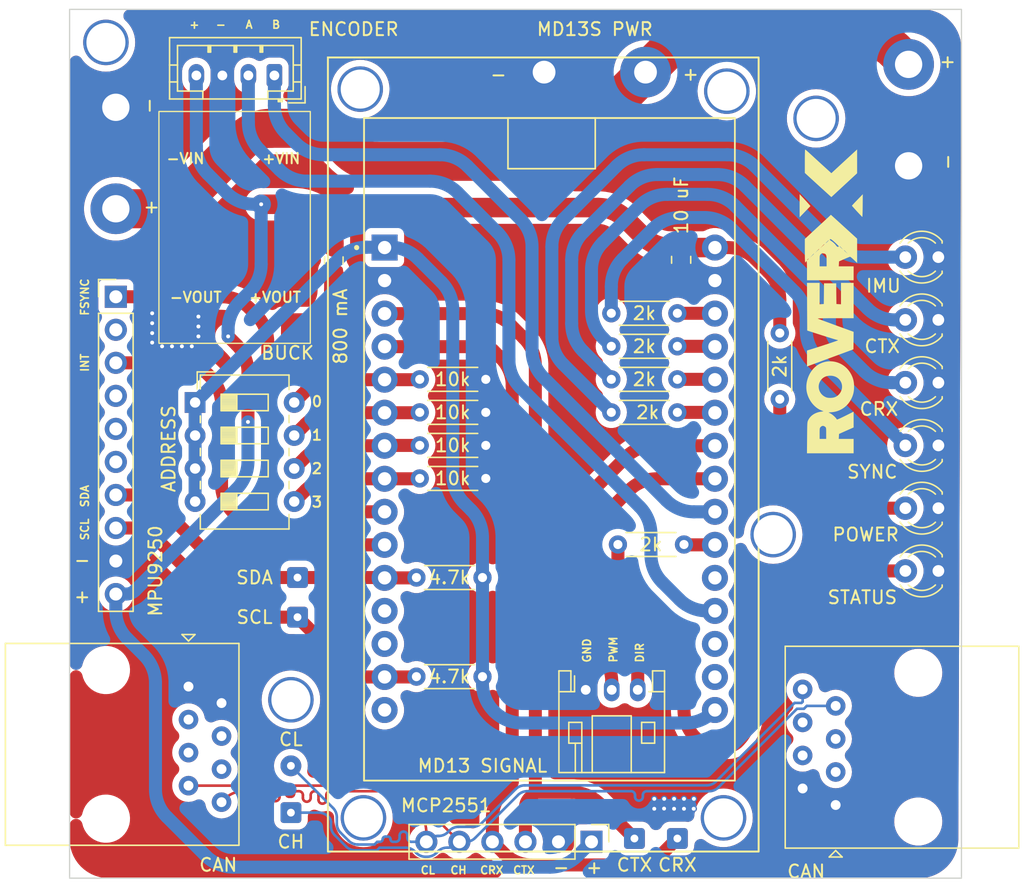
<source format=kicad_pcb>
(kicad_pcb (version 20221018) (generator pcbnew)
  (layers (0 "F.Cu" signal) (31 "B.Cu" signal) (34 "B.Paste" user) (35 "F.Paste" user) (36 "B.SilkS" user "B.Silkscreen") (37 "F.SilkS" user "F.Silkscreen") (38 "B.Mask" user) (39 "F.Mask" user) (44 "Edge.Cuts" user))
  (net 0 "")
  (net 1 "+5V")
  (net 2 "GND")
  (net 3 "Net-(D1-A)")
  (net 4 "Net-(D2-A)")
  (net 5 "Net-(D3-A)")
  (net 6 "Net-(D4-A)")
  (net 7 "Net-(D5-A)")
  (net 8 "Net-(D6-A)")
  (net 9 "+12 V")
  (net 14 "CAN+")
  (net 15 "CAN-")
  (net 20 "FSYNC")
  (net 22 "INT")
  (net 26 "I2C-SDA")
  (net 27 "I2C-SCL")
  (net 28 "ENC-A")
  (net 29 "ENC-B")
  (net 30 "CAN-Tx")
  (net 31 "CAN-Rx")
  (net 32 "DIR")
  (net 33 "PWM")
  (net 34 "+3.3V")
  (net 35 "LED0")
  (net 36 "ADD0")
  (net 37 "ADD1")
  (net 38 "ADD2")
  (net 39 "ADD3")
  (net 40 "LED1")
  (net 41 "LED2")
  (net 42 "LED3")
  (net 43 "STATUS")
  (net 50 "Net-(U2-V_OUT)")
  (footprint "Resistor_THT:R_Axial_DIN0204_L3.6mm_D1.6mm_P5.08mm_Horizontal" (layer "F.Cu") (at 109.982 69.342)
    (fp_text reference "R4" hide)
    (fp_text value "10k")
  )
  (footprint "Connector_Wire:SolderWire-0.1sqmm_1x01_D0.4mm_OD1mm" (layer "F.Cu") (at 126.492 104.648)
    (fp_text reference "J9" hide)
    (fp_text value "CTX")
  )
  (footprint "Resistor_THT:R_Axial_DIN0204_L3.6mm_D1.6mm_P5.08mm_Horizontal" (layer "F.Cu") (at 124.714 64.262)
    (fp_text reference "R9" hide)
    (fp_text value "2k")
  )
  (footprint "Resistor_THT:R_Axial_DIN0204_L3.6mm_D1.6mm_P5.08mm_Horizontal" (layer "F.Cu") (at 114.808 92.202 180)
    (fp_text reference "R1" hide)
    (fp_text value "4.7k")
  )
  (footprint "Connector_Wire:SolderWire-1.5sqmm_1x02_P7.8mm_D1.7mm_OD3.9mm" (layer "F.Cu") (at 86.614 48.424 -90)
    (fp_text reference "J2" hide)
    (fp_text value "Conn_01x02_Pin")
  )
  (footprint "Capacitor_SMD:C_0805_2012Metric" (layer "F.Cu") (at 130.084185 60.150818 -90)
    (fp_text reference "C3" hide)
    (fp_text value "10 uF")
  )
  (footprint "Button_Switch_THT:SW_DIP_SPSTx04_Slide_6.7x11.72mm_W7.62mm_P2.54mm_LowProfile" (layer "F.Cu") (at 92.71 71.12)
    (fp_text reference "SW1" hide)
    (fp_text value "ADDRESS")
  )
  (footprint "LED_THT:LED_D3.0mm" (layer "F.Cu") (at 149.865 74.422 180)
    (fp_text reference "D5" hide)
    (fp_text value "SYNC")
  )
  (footprint "LED_THT:LED_D3.0mm" (layer "F.Cu") (at 149.865 69.596 180)
    (fp_text reference "D6" hide)
    (fp_text value "CRX")
  )
  (footprint "LED_THT:LED_D3.0mm" (layer "F.Cu") (at 149.865 84.074 180)
    (fp_text reference "D2" hide)
    (fp_text value "STATUS")
  )
  (footprint "esp32:MODULE_ESP32_DEVKIT_V1" (layer "F.Cu") (at 119.981 74.723)
    (fp_text reference "U1" hide)
    (fp_text value "ESP32-DEVKIT-V1")
  )
  (footprint "Resistor_THT:R_Axial_DIN0204_L3.6mm_D1.6mm_P5.08mm_Horizontal" (layer "F.Cu") (at 137.668 70.866 90)
    (fp_text reference "R11" hide)
    (fp_text value "2k")
  )
  (footprint "Resistor_THT:R_Axial_DIN0204_L3.6mm_D1.6mm_P5.08mm_Horizontal" (layer "F.Cu") (at 124.714 71.882)
    (fp_text reference "R3" hide)
    (fp_text value "2k")
  )
  (footprint "Connector_Wire:SolderWire-0.1sqmm_1x01_D0.4mm_OD1mm" (layer "F.Cu") (at 100.584 84.582)
    (fp_text reference "J13" hide)
    (fp_text value "SDA")
  )
  (footprint "Connector_Wire:SolderWire-1.5sqmm_1x02_P7.8mm_D1.7mm_OD3.9mm" (layer "F.Cu") (at 147.574 52.922 90)
    (fp_text reference "J1" hide)
    (fp_text value "Conn_01x02_Pin")
  )
  (footprint "Resistor_THT:R_Axial_DIN0204_L3.6mm_D1.6mm_P5.08mm_Horizontal" (layer "F.Cu") (at 124.714 69.342)
    (fp_text reference "R8" hide)
    (fp_text value "2k")
  )
  (footprint "Resistor_THT:R_Axial_DIN0204_L3.6mm_D1.6mm_P5.08mm_Horizontal" (layer "F.Cu") (at 109.982 71.882)
    (fp_text reference "R5" hide)
    (fp_text value "10k")
  )
  (footprint "Resistor_THT:R_Axial_DIN0204_L3.6mm_D1.6mm_P5.08mm_Horizontal" (layer "F.Cu") (at 109.982 76.962)
    (fp_text reference "R7" hide)
    (fp_text value "10k")
  )
  (footprint "Connector_RJ:RJ45_Amphenol_54602-x08_Horizontal" (layer "F.Cu") (at 141.966 102.0725 90)
    (fp_text reference "J3" hide)
    (fp_text value "CAN")
  )
  (footprint "Fuse:Fuse_0805_2012Metric_Pad1.15x1.40mm_HandSolder" (layer "F.Cu") (at 103.378 60.189 90)
    (fp_text reference "F1" hide)
    (fp_text value "800 mA")
  )
  (footprint "Resistor_THT:R_Axial_DIN0204_L3.6mm_D1.6mm_P5.08mm_Horizontal" (layer "F.Cu") (at 109.982 74.422)
    (fp_text reference "R6" hide)
    (fp_text value "10k")
  )
  (footprint "Connector_PinHeader_2.54mm:PinHeader_1x06_P2.54mm_Vertical" (layer "F.Cu") (at 123.19 104.902 -90)
    (fp_text reference "J10" hide)
    (fp_text value "MCP2551")
  )
  (footprint "LED_THT:LED_D3.0mm" (layer "F.Cu") (at 149.86 64.77 180)
    (fp_text reference "D4" hide)
    (fp_text value "CTX")
  )
  (footprint "Connector_JST:JST_PH_B4B-PH-K_1x04_P2.00mm_Vertical" (layer "F.Cu") (at 98.806 45.974 180)
    (fp_text reference "J6" hide)
    (fp_text value "ENCODER")
  )
  (footprint "MINI_360_Buck:MINI_360_Buck" (layer "F.Cu") (at 95.758 57.658 -90)
    (fp_text reference "U2" hide)
    (fp_text value "BUCK")
  )
  (footprint "Resistor_THT:R_Axial_DIN0204_L3.6mm_D1.6mm_P5.08mm_Horizontal" (layer "F.Cu") (at 125.222 82.042)
    (fp_text reference "R12" hide)
    (fp_text value "2k")
  )
  (footprint "Connector_Wire:SolderWire-0.1sqmm_1x01_D0.4mm_OD1mm" (layer "F.Cu") (at 100.584 87.63)
    (fp_text reference "J14" hide)
    (fp_text value "SCL")
  )
  (footprint "Connector_Wire:SolderWire-1sqmm_1x02_P7.8mm_D1.4mm_OD3.9mm" (layer "F.Cu") (at 119.544 45.72)
    (fp_text reference "J17" hide)
    (fp_text value "MD13S PWR")
  )
  (footprint "LED_THT:LED_D3.0mm" (layer "F.Cu") (at 149.86 59.944 180)
    (fp_text reference "D3" hide)
    (fp_text value "IMU CALI" hide)
  )
  (footprint "Connector_PinHeader_2.54mm:PinHeader_1x10_P2.54mm_Vertical" (layer "F.Cu") (at 86.614 62.992)
    (fp_text reference "J5" hide)
    (fp_text value "MPU9250")
  )
  (footprint "Connector_Wire:SolderWire-0.1sqmm_1x01_D0.4mm_OD1mm" (layer "F.Cu") (at 129.794 104.648)
    (fp_text reference "J8" hide)
    (fp_text value "CRX")
  )
  (footprint "Resistor_THT:R_Axial_DIN0204_L3.6mm_D1.6mm_P5.08mm_Horizontal" (layer "F.Cu") (at 124.714 66.802)
    (fp_text reference "R10" hide)
    (fp_text value "2k")
  )
  (footprint "Connector_Wire:SolderWire-0.1sqmm_1x02_P3.6mm_D0.4mm_OD1mm" (layer "F.Cu") (at 100.076 102.66 90)
    (fp_text reference "J11" hide)
    (fp_text value "Conn_01x02_Socket")
  )
  (footprint "LED_THT:LED_D3.0mm" (layer "F.Cu") (at 149.865 79.248 180)
    (fp_text reference "D1" hide)
    (fp_text value "POWER")
  )
  (footprint "Connector_RJ:RJ45_Amphenol_54602-x08_Horizontal" (layer "F.Cu") (at 92.202 92.964 -90)
    (fp_text reference "J4" hide)
    (fp_text value "CAN")
  )
  (footprint "Connector_JST:JST_PH_S3B-PH-K_1x03_P2.00mm_Horizontal" (layer "F.Cu") (at 122.746 93.218)
    (fp_text reference "J15" hide)
    (fp_text value "MD13 SIGNAL")
  )
  (footprint "Resistor_THT:R_Axial_DIN0204_L3.6mm_D1.6mm_P5.08mm_Horizontal" (layer "F.Cu") (at 114.808 84.582 180)
    (fp_text reference "R2" hide)
    (fp_text value "4.7k")
  )
  (gr_poly (pts (xy 140.471525 57.731376) (xy 141.13133 57.123938) (xy 141.476942 56.803043) (xy 141.597592 56.685746) (xy 142.60636 57.604025) (xy 143.615128 58.522306) (xy 143.615128 60.392381) (xy 143.363774 60.151082) (xy 143.338076 60.12687) (xy 143.312613 60.103337) (xy 143.287543 60.080608) (xy 143.263023 60.058813) (xy 143.23921 60.038078) (xy 143.21626 60.01853) (xy 143.194332 60.000299) (xy 143.173582 59.983511) (xy 143.154168 59.968294) (xy 143.136246 59.954776) (xy 143.119973 59.943083) (xy 143.105507 59.933345) (xy 143.093005 59.925688) (xy 143.082624 59.920241) (xy 143.078277 59.918385) (xy 143.07452 59.91713) (xy 143.071372 59.916491) (xy 143.068852 59.916484) (xy 143.053142 59.92013) (xy 143.022351 59.93057) (xy 142.978364 59.947058) (xy 142.923066 59.968849) (xy 142.894579 59.980599) (xy 142.894579 59.695292) (xy 142.760524 59.551181) (xy 142.734544 59.523002) (xy 142.709782 59.496669) (xy 142.686826 59.472771) (xy 142.666266 59.451897) (xy 142.648691 59.434636) (xy 142.641207 59.427545) (xy 142.63469 59.421577) (xy 142.629214 59.416808) (xy 142.624852 59.41331) (xy 142.621678 59.411157) (xy 142.620559 59.410608) (xy 142.619766 59.410423) (xy 142.615379 59.410792) (xy 142.61368 59.411268) (xy 142.612323 59.411955) (xy 142.611317 59.412863) (xy 142.610671 59.414002) (xy 142.610395 59.415385) (xy 142.610497 59.417022) (xy 142.611874 59.421101) (xy 142.614876 59.42633) (xy 142.619577 59.432795) (xy 142.626049 59.440586) (xy 142.634368 59.449791) (xy 142.644606 59.460498) (xy 142.671136 59.486773) (xy 142.706227 59.520117) (xy 142.75047 59.561237) (xy 142.894579 59.695292) (xy 142.894579 59.980599) (xy 142.786078 60.025351) (xy 142.626469 60.094107) (xy 142.525927 60.138513) (xy 142.525927 59.360153) (xy 142.41198 59.2328) (xy 142.3885 59.208228) (xy 142.36616 59.185148) (xy 142.345469 59.16411) (xy 142.326938 59.145665) (xy 142.311078 59.130361) (xy 142.304309 59.124059) (xy 142.298399 59.118749) (xy 142.293412 59.114499) (xy 142.289412 59.111379) (xy 142.286462 59.109456) (xy 142.285401 59.108965) (xy 142.284627 59.1088) (xy 142.280236 59.109128) (xy 142.278528 59.109553) (xy 142.277152 59.110168) (xy 142.276114 59.110981) (xy 142.275422 59.112003) (xy 142.27508 59.113245) (xy 142.275096 59.114717) (xy 142.276224 59.118393) (xy 142.278853 59.123115) (xy 142.283034 59.128966) (xy 142.288816 59.136029) (xy 142.296247 59.144389) (xy 142.305376 59.154128) (xy 142.328928 59.178078) (xy 142.359863 59.208548) (xy 142.398574 59.246206) (xy 142.525927 59.360153) (xy 142.525927 60.138513) (xy 142.224302 60.271731) (xy 142.214248 60.459408) (xy 142.204194 60.650438) (xy 143.347017 60.650438) (xy 143.347017 61.722883) (xy 142.131419 61.722883) (xy 142.131419 59.153853) (xy 142.135615 59.153658) (xy 142.139764 59.153162) (xy 142.143868 59.152367) (xy 142.150659 59.150406) (xy 142.157189 59.148302) (xy 142.163434 59.146071) (xy 142.16937 59.143726) (xy 142.174973 59.141284) (xy 142.180216 59.138758) (xy 142.185077 59.136164) (xy 142.187357 59.134845) (xy 142.189531 59.133515) (xy 142.191597 59.132175) (xy 142.193552 59.130827) (xy 142.195394 59.129473) (xy 142.197117 59.128115) (xy 142.198721 59.126754) (xy 142.200201 59.125393) (xy 142.201555 59.124033) (xy 142.202779 59.122676) (xy 142.203871 59.121324) (xy 142.204827 59.119978) (xy 142.205645 59.118642) (xy 142.206321 59.117315) (xy 142.206852 59.116001) (xy 142.207235 59.114701) (xy 142.207467 59.113417) (xy 142.207545 59.112151) (xy 142.205999 59.108249) (xy 142.201464 59.101671) (xy 142.184033 59.081097) (xy 142.156469 59.051648) (xy 142.11999 59.014541) (xy 142.075813 58.970992) (xy 142.025156 58.92222) (xy 141.969236 58.869442) (xy 141.909271 58.813876) (xy 141.87255 58.780492) (xy 141.837792 58.74946) (xy 141.804998 58.720774) (xy 141.774168 58.69443) (xy 141.745302 58.670423) (xy 141.718399 58.648748) (xy 141.69346 58.6294) (xy 141.670485 58.612374) (xy 141.649473 58.597665) (xy 141.630425 58.585268) (xy 141.613341 58.575179) (xy 141.59822 58.567392) (xy 141.591397 58.564361) (xy 141.585064 58.561903) (xy 141.579222 58.560019) (xy 141.57387 58.558707) (xy 141.56901 58.557967) (xy 141.564641 58.557798) (xy 141.560763 58.5582) (xy 141.557375 58.559172) (xy 141.543414 58.564776) (xy 141.531775 58.570384) (xy 141.522581 58.57616) (xy 141.518939 58.579161) (xy 141.515954 58.582264) (xy 141.513642 58.585491) (xy 141.512018 58.58886) (xy 141.511097 58.592392) (xy 141.510894 58.596108) (xy 141.511426 58.600028) (xy 141.512707 58.604172) (xy 141.514752 58.608559) (xy 141.517577 58.613212) (xy 141.521198 58.618149) (xy 141.52563 58.623391) (xy 141.536985 58.634871) (xy 141.551768 58.647814) (xy 141.5701 58.662383) (xy 141.592104 58.678738) (xy 141.617903 58.697042) (xy 141.681377 58.740145) (xy 141.69993 58.75332) (xy 141.719054 58.767618) (xy 141.738609 58.782908) (xy 141.758459 58.799057) (xy 141.778466 58.815933) (xy 141.798492 58.833403) (xy 141.818401 58.851334) (xy 141.838054 58.869594) (xy 141.857315 58.88805) (xy 141.876045 58.906571) (xy 141.894108 58.925022) (xy 141.911366 58.943272) (xy 141.927681 58.961189) (xy 141.942916 58.978639) (xy 141.956934 58.99549) (xy 141.969596 59.011609) (xy 141.98433 59.031526) (xy 141.998391 59.049823) (xy 142.011813 59.066529) (xy 142.024632 59.081674) (xy 142.036882 59.095287) (xy 142.048596 59.107398) (xy 142.05981 59.118036) (xy 142.065239 59.122812) (xy 142.070557 59.127231) (xy 142.075766 59.131297) (xy 142.080872 59.135013) (xy 142.085878 59.138382) (xy 142.090789 59.141409) (xy 142.09561 59.144098) (xy 142.100344 59.146451) (xy 142.104995 59.148473) (xy 142.109569 59.150168) (xy 142.114069 59.151538) (xy 142.1185 59.152588) (xy 142.122865 59.153321) (xy 142.12717 59.153741) (xy 142.131419 59.153853) (xy 142.131419 61.722883) (xy 140.732934 61.722883) (xy 140.732934 60.650438) (xy 141.269156 60.650438) (xy 141.269156 60.234866) (xy 141.268766 60.150888) (xy 141.267447 60.0758) (xy 141.264981 60.009067) (xy 141.263247 59.978667) (xy 141.261144 59.950155) (xy 141.258643 59.923464) (xy 141.255717 59.898528) (xy 141.252338 59.87528) (xy 141.248478 59.853652) (xy 141.24411 59.833578) (xy 141.239207 59.814991) (xy 141.23374 59.797823) (xy 141.227682 59.782009) (xy 141.221006 59.767481) (xy 141.213684 59.754173) (xy 141.205687 59.742017) (xy 141.203506 59.73924) (xy 141.203506 58.872292) (xy 141.204557 58.872172) (xy 141.207496 58.871071) (xy 141.211502 58.86886) (xy 141.216508 58.865589) (xy 141.222452 58.861307) (xy 141.236899 58.849904) (xy 141.25433 58.835045) (xy 141.274235 58.817123) (xy 141.296104 58.79653) (xy 141.319427 58.77366) (xy 141.342749 58.750174) (xy 141.364618 58.727788) (xy 141.384524 58.706973) (xy 141.401955 58.6882) (xy 141.409583 58.679726) (xy 141.416401 58.67194) (xy 141.422345 58.6649) (xy 141.427352 58.658666) (xy 141.431357 58.653295) (xy 141.434297 58.648847) (xy 141.435347 58.646988) (xy 141.436108 58.645382) (xy 141.43657 58.644035) (xy 141.436725 58.642957) (xy 141.43657 58.64217) (xy 141.436108 58.641691) (xy 141.435347 58.641515) (xy 141.434297 58.641634) (xy 141.431357 58.642735) (xy 141.427352 58.644946) (xy 141.422345 58.648217) (xy 141.416401 58.652499) (xy 141.401955 58.663902) (xy 141.384524 58.67876) (xy 141.364618 58.696682) (xy 141.342749 58.717275) (xy 141.319427 58.740145) (xy 141.296104 58.763632) (xy 141.274235 58.786018) (xy 141.25433 58.806833) (xy 141.236899 58.825606) (xy 141.229271 58.83408) (xy 141.222452 58.841866) (xy 141.216508 58.848906) (xy 141.211502 58.855141) (xy 141.207496 58.860511) (xy 141.204557 58.864959) (xy 141.203506 58.866818) (xy 141.202746 58.868425) (xy 141.202284 58.869771) (xy 141.202128 58.87085) (xy 141.202284 58.871637) (xy 141.202746 58.872115) (xy 141.203506 58.872292) (xy 141.203506 59.73924) (xy 141.19699 59.730946) (xy 141.187563 59.720895) (xy 141.17738 59.711794) (xy 141.166412 59.703579) (xy 141.154633 59.696182) (xy 141.142014 59.689536) (xy 141.128528 59.683574) (xy 141.114147 59.67823) (xy 141.098844 59.673436) (xy 141.082591 59.669126) (xy 141.06536 59.665232) (xy 141.027856 59.658427) (xy 141.009727 59.655608) (xy 140.992948 59.653465) (xy 140.977376 59.65205) (xy 140.96287 59.65141) (xy 140.955972 59.651396) (xy 140.949287 59.651595) (xy 140.942797 59.652012) (xy 140.936485 59.652653) (xy 140.930332 59.653526) (xy 140.92432 59.654635) (xy 140.918433 59.655987) (xy 140.912652 59.657589) (xy 140.906959 59.659445) (xy 140.901337 59.661563) (xy 140.895767 59.663949) (xy 140.890233 59.666608) (xy 140.884716 59.669548) (xy 140.879198 59.672773) (xy 140.873661 59.67629) (xy 140.868089 59.680106) (xy 140.856764 59.688656) (xy 140.845081 59.698473) (xy 140.832897 59.709606) (xy 140.82007 59.722103) (xy 140.79227 59.751277) (xy 140.783205 59.762385) (xy 140.783205 59.259612) (xy 140.94072 59.1088) (xy 140.967561 59.084274) (xy 140.991599 59.062148) (xy 141.012937 59.042311) (xy 141.031679 59.024648) (xy 141.040107 59.016597) (xy 141.047926 59.009047) (xy 141.055146 59.001984) (xy 141.061782 58.995395) (xy 141.067846 58.989265) (xy 141.073351 58.983579) (xy 141.078309 58.978324) (xy 141.082735 58.973486) (xy 141.08664 58.969051) (xy 141.090037 58.965004) (xy 141.09294 58.961331) (xy 141.095361 58.958019) (xy 141.097314 58.955053) (xy 141.09881 58.952418) (xy 141.099391 58.951221) (xy 141.099864 58.950102) (xy 141.100228 58.949058) (xy 141.100487 58.948089) (xy 141.100641 58.947192) (xy 141.100693 58.946366) (xy 141.100643 58.945609) (xy 141.100494 58.944918) (xy 141.100247 58.944294) (xy 141.099904 58.943732) (xy 141.099466 58.943233) (xy 141.098935 58.942793) (xy 141.098313 58.942412) (xy 141.097601 58.942088) (xy 141.096801 58.941818) (xy 141.095914 58.941601) (xy 141.094942 58.941436) (xy 141.093887 58.94132) (xy 141.091532 58.941229) (xy 141.089542 58.942041) (xy 141.086139 58.944423) (xy 141.075404 58.953587) (xy 141.059956 58.968093) (xy 141.040424 58.987311) (xy 141.017435 59.010614) (xy 140.991619 59.037372) (xy 140.963604 59.066958) (xy 140.934017 59.098744) (xy 140.783205 59.259612) (xy 140.783205 59.762385) (xy 140.780916 59.765189) (xy 140.771108 59.779548) (xy 140.762734 59.795026) (xy 140.75568 59.812296) (xy 140.749834 59.83203) (xy 140.745082 59.854902) (xy 140.741313 59.881583) (xy 140.738412 59.912746) (xy 140.736268 59.949064) (xy 140.734766 59.991209) (xy 140.733241 60.095672) (xy 140.732934 60.231515) (xy 140.732934 60.650438) (xy 140.732934 61.722883) (xy 140.381038 61.722883) (xy 140.381038 59.628264) (xy 140.538553 59.477452) (xy 140.565394 59.452926) (xy 140.589433 59.430801) (xy 140.610771 59.410963) (xy 140.629512 59.3933) (xy 140.637941 59.385249) (xy 140.645759 59.3777) (xy 140.65298 59.370637) (xy 140.659615 59.364048) (xy 140.665679 59.357917) (xy 140.671184 59.352232) (xy 140.676143 59.346977) (xy 140.680568 59.342139) (xy 140.684473 59.337704) (xy 140.687871 59.333657) (xy 140.690774 59.329984) (xy 140.693195 59.326672) (xy 140.695147 59.323705) (xy 140.696644 59.321071) (xy 140.697225 59.319874) (xy 140.697697 59.318754) (xy 140.698061 59.317711) (xy 140.69832 59.316742) (xy 140.698474 59.315845) (xy 140.698526 59.315019) (xy 140.698476 59.314261) (xy 140.698327 59.313571) (xy 140.698081 59.312946) (xy 140.697737 59.312385) (xy 140.6973 59.311885) (xy 140.696769 59.311446) (xy 140.696146 59.311065) (xy 140.695434 59.31074) (xy 140.694634 59.310471) (xy 140.693747 59.310254) (xy 140.692775 59.310088) (xy 140.69172 59.309972) (xy 140.689366 59.309882) (xy 140.687376 59.310693) (xy 140.683972 59.313076) (xy 140.673237 59.32224) (xy 140.657789 59.336745) (xy 140.638257 59.355964) (xy 140.615268 59.379266) (xy 140.589452 59.406025) (xy 140.561437 59.435611) (xy 140.53185 59.467396) (xy 140.381038 59.628264) (xy 140.381038 61.722883) (xy 139.978871 61.722883) (xy 139.978871 59.996917) (xy 140.136386 59.846105) (xy 140.163228 59.821579) (xy 140.187266 59.799454) (xy 140.208604 59.779616) (xy 140.227345 59.761953) (xy 140.235774 59.753902) (xy 140.243592 59.746353) (xy 140.250813 59.73929) (xy 140.257449 59.732701) (xy 140.263513 59.72657) (xy 140.269017 59.720885) (xy 140.273976 59.71563) (xy 140.278401 59.710792) (xy 140.282306 59.706357) (xy 140.285704 59.70231) (xy 140.288607 59.698638) (xy 140.291028 59.695325) (xy 140.29298 59.692359) (xy 140.294477 59.689725) (xy 140.295058 59.688528) (xy 140.29553 59.687408) (xy 140.295895 59.686365) (xy 140.296153 59.685395) (xy 140.296308 59.684499) (xy 140.296359 59.683672) (xy 140.29631 59.682915) (xy 140.296161 59.682225) (xy 140.295914 59.6816) (xy 140.295571 59.681039) (xy 140.295133 59.680539) (xy 140.294602 59.6801) (xy 140.29398 59.679719) (xy 140.293268 59.679395) (xy 140.292467 59.679125) (xy 140.29158 59.678908) (xy 140.290608 59.678743) (xy 140.289553 59.678626) (xy 140.287199 59.678536) (xy 140.285209 59.679347) (xy 140.281805 59.68173) (xy 140.27107 59.690894) (xy 140.255623 59.705399) (xy 140.23609 59.724617) (xy 140.213102 59.747919) (xy 140.187286 59.774678) (xy 140.15927 59.804264) (xy 140.129684 59.836049) (xy 139.978871 59.996917) (xy 139.978871 61.722883) (xy 139.764057 61.722883) (xy 139.764057 60.177125) (xy 139.76632 60.176687) (xy 139.769152 60.175641) (xy 139.772519 60.17401) (xy 139.776386 60.17182) (xy 139.78072 60.169094) (xy 139.785486 60.165858) (xy 139.79065 60.162136) (xy 139.796177 60.157953) (xy 139.802033 60.153333) (xy 139.814594 60.142879) (xy 139.828059 60.130973) (xy 139.834887 60.124695) (xy 139.841523 60.118451) (xy 139.847934 60.112276) (xy 139.854084 60.106204) (xy 139.85994 60.100269) (xy 139.865467 60.094506) (xy 139.870631 60.08895) (xy 139.875397 60.083634) (xy 139.879731 60.078593) (xy 139.883599 60.073861) (xy 139.886966 60.069473) (xy 139.889797 60.065463) (xy 139.89206 60.061865) (xy 139.893718 60.058714) (xy 139.89431 60.057317) (xy 139.894739 60.056044) (xy 139.894999 60.0549) (xy 139.895086 60.05389) (xy 139.894999 60.053035) (xy 139.894739 60.052354) (xy 139.89431 60.051844) (xy 139.893718 60.051501) (xy 139.892967 60.051322) (xy 139.89206 60.051305) (xy 139.889797 60.051743) (xy 139.886966 60.052789) (xy 139.883599 60.05442) (xy 139.879731 60.05661) (xy 139.875397 60.059336) (xy 139.870631 60.062572) (xy 139.865467 60.066294) (xy 139.85994 60.070478) (xy 139.854084 60.075098) (xy 139.841523 60.085552) (xy 139.828059 60.097459) (xy 139.821231 60.103737) (xy 139.814594 60.109981) (xy 139.808183 60.116156) (xy 139.802033 60.122228) (xy 139.796177 60.128162) (xy 139.79065 60.133925) (xy 139.785486 60.139481) (xy 139.78072 60.144797) (xy 139.776386 60.149838) (xy 139.772519 60.15457) (xy 139.769152 60.158958) (xy 139.76632 60.162968) (xy 139.764057 60.166565) (xy 139.762399 60.169716) (xy 139.761807 60.171113) (xy 139.761379 60.172386) (xy 139.761119 60.17353) (xy 139.761031 60.17454) (xy 139.761119 60.175395) (xy 139.761379 60.176076) (xy 139.761807 60.176587) (xy 139.762399 60.176929) (xy 139.763151 60.177108) (xy 139.764057 60.177125) (xy 139.764057 61.722883) (xy 139.761031 61.722883) (xy 139.761031 60.985577) (xy 139.76079 60.866814) (xy 139.760049 60.759214) (xy 139.758778 60.662552) (xy 139.756946 60.576602) (xy 139.754526 60.501139) (xy 139.751487 60.435935) (xy 139.7478 60.380767) (xy 139.745705 60.356875) (xy 139.743436 60.335407) (xy 139.740991 60.316334) (xy 139.738365 60.29963) (xy 139.735555 60.285264) (xy 139.732557 60.27321) (xy 139.729368 60.263438) (xy 139.725983 60.255921) (xy 139.7224 60.25063) (xy 139.720533 60.248811) (xy 139.718615 60.247538) (xy 139.716645 60.246807) (xy 139.714623 60.246615) (xy 139.712548 60.246958) (xy 139.710421 60.247834) (xy 139.70824 60.249238) (xy 139.706006 60.251166) (xy 139.701373 60.256584) (xy 139.69652 60.264059) (xy 139.691442 60.273562) (xy 139.686136 60.285066) (xy 139.680597 60.298542) (xy 139.678559 60.303525) (xy 139.676231 60.3084) (xy 139.673639 60.313137) (xy 139.670805 60.317707) (xy 139.667756 60.322081) (xy 139.664515 60.32623) (xy 139.661107 60.330123) (xy 139.657557 60.333731) (xy 139.653889 60.337025) (xy 139.650127 60.339976) (xy 139.648219 60.341313) (xy 139.646297 60.342553) (xy 139.644364 60.343692) (xy 139.642423 60.344728) (xy 139.640477 60.345655) (xy 139.638529 60.346471) (xy 139.636583 60.347171) (xy 139.63464 60.347752) (xy 139.632705 60.34821) (xy 139.630781 60.348542) (xy 139.62887 60.348744) (xy 139.626975 60.348812) (xy 139.622733 60.345242) (xy 139.6188 60.334543) (xy 139.611842 60.291839) (xy 139.606062 60.220857) (xy 139.601421 60.121756) (xy 139.595399 59.83982) (xy 139.593461 59.447289) (xy 139.593461 58.545765)) (fill solid) (layer "F.SilkS"))
  (gr_poly (pts (xy 143.215126 55.987884) (xy 143.221477 55.97944) (xy 143.245899 55.950534) (xy 143.335706 55.851249) (xy 143.468871 55.709233) (xy 143.631885 55.539569) (xy 144.050809 55.103889) (xy 144.044106 55.985303) (xy 144.042398 56.161442) (xy 144.039864 56.325523) (xy 144.036624 56.473972) (xy 144.032795 56.603217) (xy 144.028494 56.709682) (xy 144.02384 56.789794) (xy 144.021418 56.818851) (xy 144.018951 56.83998) (xy 144.016454 56.852733) (xy 144.0152 56.85583) (xy 144.013943 56.856665) (xy 144.001179 56.845793) (xy 143.974041 56.819328) (xy 143.883239 56.72638) (xy 143.754734 56.591329) (xy 143.601723 56.427688) (xy 143.452376 56.263469) (xy 143.329422 56.1269) (xy 143.28177 56.073304) (xy 143.245428 56.031805) (xy 143.221968 56.00413) (xy 143.21556 55.996017) (xy 143.212962 55.992008)) (fill solid) (layer "F.SilkS"))
  (gr_rect (start 102.921368 44.590812) (end 136.042369 105.651812) (stroke (width 0.15)) (fill none) (layer "F.SilkS"))
  (gr_poly (pts (xy 139.446 55.372) (xy 139.556177 55.490817) (xy 139.671381 55.616232) (xy 139.777788 55.733478) (xy 139.861573 55.827789) (xy 140.02579 56.015468) (xy 139.610218 56.447795) (xy 139.194646 56.880125) (xy 139.194646 55.103889)) (fill solid) (layer "F.SilkS"))
  (gr_poly (pts (xy 139.968817 67.061645) (xy 140.716753 66.824639) (xy 141.417874 66.595802) (xy 141.937391 66.419749) (xy 142.086927 66.365459) (xy 142.126769 66.349188) (xy 142.140517 66.341096) (xy 142.140439 66.339839) (xy 142.140208 66.338585) (xy 142.139827 66.337334) (xy 142.139299 66.336088) (xy 142.13863 66.33485) (xy 142.137822 66.333622) (xy 142.135804 66.331199) (xy 142.133276 66.328835) (xy 142.130266 66.326545) (xy 142.126805 66.324343) (xy 142.122922 66.322244) (xy 142.118646 66.320264) (xy 142.114007 66.318415) (xy 142.109034 66.316714) (xy 142.103756 66.315175) (xy 142.098204 66.313813) (xy 142.092406 66.312642) (xy 142.086392 66.311677) (xy 142.080192 66.310933) (xy 142.046135 66.303635) (xy 141.969858 66.282709) (xy 141.710283 66.205784) (xy 141.34074 66.091784) (xy 140.900503 65.952334) (xy 139.777788 65.590385) (xy 139.767734 63.757175) (xy 139.761031 61.923966) (xy 140.732934 61.923966) (xy 140.732934 63.569498) (xy 140.890449 63.559443) (xy 141.051316 63.549389) (xy 141.06137 62.751757) (xy 141.068072 61.957479) (xy 142.006461 61.957479) (xy 142.013164 62.751757) (xy 142.023218 63.549389) (xy 142.197491 63.559443) (xy 142.375114 63.569498) (xy 142.375114 61.923966) (xy 143.347017 61.923966) (xy 143.347017 64.638591) (xy 141.949488 64.638591) (xy 141.409757 64.640895) (xy 140.972139 64.646969) (xy 140.805859 64.651027) (xy 140.682192 64.655557) (xy 140.606831 64.660401) (xy 140.589046 64.662891) (xy 140.585438 64.664145) (xy 140.585472 64.665402) (xy 140.619405 64.68155) (xy 140.704866 64.716039) (xy 141.007747 64.831714) (xy 141.983001 65.19157) (xy 143.347017 65.687575) (xy 143.340314 66.361204) (xy 143.33026 67.034834) (xy 142.190788 67.453757) (xy 140.404497 68.113981) (xy 139.761031 68.35193) (xy 139.761031 67.125321)) (fill solid) (layer "F.SilkS"))
  (gr_poly (pts (xy 139.709176 69.893274) (xy 139.712608 69.812664) (xy 139.719176 69.732289) (xy 139.728826 69.652268) (xy 139.741505 69.572719) (xy 139.75716 69.493758) (xy 139.775737 69.415504) (xy 139.797183 69.338075) (xy 139.821444 69.261589) (xy 139.848467 69.186163) (xy 139.878199 69.111916) (xy 139.910586 69.038964) (xy 139.945576 68.967426) (xy 139.983113 68.89742) (xy 140.023146 68.829064) (xy 140.065621 68.762474) (xy 140.110484 68.69777) (xy 140.157682 68.635069) (xy 140.207161 68.574489) (xy 140.258869 68.516147) (xy 140.312752 68.460162) (xy 140.368756 68.406651) (xy 140.426828 68.355732) (xy 140.486914 68.307523) (xy 140.548962 68.262142) (xy 140.612918 68.219706) (xy 140.678728 68.180334) (xy 140.746339 68.144143) (xy 140.82887 68.104989) (xy 140.912357 68.070443) (xy 140.996657 68.040459) (xy 141.081629 68.01499) (xy 141.167128 67.993992) (xy 141.253012 67.977417) (xy 141.339138 67.965221) (xy 141.425362 67.957356) (xy 141.511542 67.953777) (xy 141.597536 67.954437) (xy 141.683199 67.959292) (xy 141.768388 67.968294) (xy 141.852962 67.981397) (xy 141.936777 67.998557) (xy 142.01969 68.019726) (xy 142.101557 68.044858) (xy 142.182237 68.073909) (xy 142.261585 68.10683) (xy 142.33946 68.143578) (xy 142.415717 68.184105) (xy 142.490215 68.228365) (xy 142.562809 68.276313) (xy 142.633358 68.327902) (xy 142.701717 68.383087) (xy 142.767745 68.441821) (xy 142.831298 68.504058) (xy 142.892233 68.569753) (xy 142.950408 68.638859) (xy 143.005678 68.711331) (xy 143.057902 68.787121) (xy 143.106935 68.866185) (xy 143.152636 68.948476) (xy 143.182258 69.006443) (xy 143.209577 69.063615) (xy 143.234648 69.120217) (xy 143.257525 69.176476) (xy 143.27826 69.232616) (xy 143.29691 69.288865) (xy 143.313527 69.345448) (xy 143.328166 69.40259) (xy 143.34088 69.460517) (xy 143.351724 69.519456) (xy 143.360751 69.579633) (xy 143.368016 69.641272) (xy 143.373572 69.704599) (xy 143.377474 69.769842) (xy 143.379776 69.837225) (xy 143.380531 69.906974) (xy 143.379855 69.973143) (xy 143.377795 70.037298) (xy 143.374301 70.099628) (xy 143.369325 70.160318) (xy 143.362817 70.219555) (xy 143.354728 70.277525) (xy 143.345009 70.334415) (xy 143.333612 70.390412) (xy 143.320486 70.445702) (xy 143.305583 70.500471) (xy 143.288854 70.554906) (xy 143.270249 70.609195) (xy 143.24972 70.663522) (xy 143.227218 70.718076) (xy 143.202693 70.773041) (xy 143.176096 70.828606) (xy 143.118731 70.938066) (xy 143.054929 71.042597) (xy 142.985011 71.141984) (xy 142.909294 71.236009) (xy 142.828099 71.324458) (xy 142.741744 71.407113) (xy 142.650549 71.48376) (xy 142.554832 71.554182) (xy 142.454913 71.618162) (xy 142.351111 71.675486) (xy 142.243745 71.725937) (xy 142.133133 71.769299) (xy 142.019596 71.805356) (xy 141.903452 71.833892) (xy 141.78502 71.854691) (xy 141.66462 71.867537) (xy 141.553186 71.876334) (xy 141.553186 70.7687) (xy 141.59691 70.767542) (xy 141.640466 70.765015) (xy 141.683453 70.761122) (xy 141.725468 70.75587) (xy 141.766109 70.749263) (xy 141.804972 70.741306) (xy 141.841656 70.732004) (xy 141.875757 70.721362) (xy 141.919384 70.705118) (xy 141.961632 70.686614) (xy 142.002461 70.665945) (xy 142.041828 70.643206) (xy 142.079689 70.618494) (xy 142.116004 70.591904) (xy 142.150729 70.563532) (xy 142.183823 70.533474) (xy 142.215243 70.501825) (xy 142.244946 70.468682) (xy 142.27289 70.434139) (xy 142.299034 70.398293) (xy 142.323334 70.361239) (xy 142.345748 70.323073) (xy 142.366234 70.283891) (xy 142.384749 70.243788) (xy 142.401252 70.202861) (xy 142.4157 70.161205) (xy 142.42805 70.118915) (xy 142.43826 70.076088) (xy 142.446289 70.032819) (xy 142.452092 69.989204) (xy 142.455629 69.945339) (xy 142.456857 69.901318) (xy 142.455733 69.857239) (xy 142.452215 69.813197) (xy 142.446261 69.769288) (xy 142.437828 69.725606) (xy 142.426875 69.682249) (xy 142.413358 69.639311) (xy 142.397236 69.596889) (xy 142.378466 69.555078) (xy 142.348477 69.498182) (xy 142.315136 69.444423) (xy 142.278545 69.393875) (xy 142.238807 69.346611) (xy 142.196025 69.302705) (xy 142.150303 69.262231) (xy 142.101743 69.225262) (xy 142.050448 69.191871) (xy 141.996523 69.162134) (xy 141.940069 69.136122) (xy 141.881189 69.11391) (xy 141.819988 69.095571) (xy 141.756568 69.08118) (xy 141.691032 69.070809) (xy 141.623483 69.064533) (xy 141.554024 69.062424) (xy 141.519424 69.062904) (xy 141.48538 69.064344) (xy 141.451897 69.066737) (xy 141.41898 69.070082) (xy 141.386635 69.074375) (xy 141.354867 69.079611) (xy 141.323683 69.085788) (xy 141.293087 69.092901) (xy 141.263085 69.100946) (xy 141.233682 69.109921) (xy 141.204885 69.119821) (xy 141.176698 69.130643) (xy 141.149127 69.142383) (xy 141.122178 69.155037) (xy 141.095856 69.168602) (xy 141.070167 69.183074) (xy 141.045116 69.198449) (xy 141.020709 69.214724) (xy 140.996951 69.231895) (xy 140.973847 69.249958) (xy 140.951404 69.268909) (xy 140.929627 69.288746) (xy 140.908521 69.309463) (xy 140.888092 69.331058) (xy 140.868346 69.353528) (xy 140.849287 69.376867) (xy 140.830922 69.401072) (xy 140.813256 69.426141) (xy 140.796294 69.452069) (xy 140.780042 69.478852) (xy 140.764506 69.506487) (xy 140.749691 69.534969) (xy 140.72937 69.577675) (xy 140.71174 69.620903) (xy 140.696764 69.664565) (xy 140.684404 69.708574) (xy 140.674621 69.752844) (xy 140.667377 69.797286) (xy 140.662634 69.841815) (xy 140.660355 69.886342) (xy 140.660501 69.930781) (xy 140.663034 69.975044) (xy 140.667916 70.019045) (xy 140.675109 70.062696) (xy 140.684575 70.10591) (xy 140.696276 70.148599) (xy 140.710174 70.190678) (xy 140.726231 70.232059) (xy 140.744408 70.272653) (xy 140.764669 70.312376) (xy 140.786974 70.351138) (xy 140.811285 70.388854) (xy 140.837566 70.425435) (xy 140.865777 70.460796) (xy 140.89588 70.494848) (xy 140.927838 70.527504) (xy 140.961612 70.558678) (xy 140.997165 70.588283) (xy 141.034458 70.61623) (xy 141.073453 70.642434) (xy 141.114113 70.666806) (xy 141.156398 70.68926) (xy 141.200272 70.709708) (xy 141.245696 70.728064) (xy 141.276263 70.738041) (xy 141.309883 70.746608) (xy 141.346154 70.753771) (xy 141.384674 70.759536) (xy 141.42504 70.763906) (xy 141.466849 70.766887) (xy 141.509698 70.768483) (xy 141.553186 70.7687) (xy 141.553186 71.876334) (xy 141.409914 71.887645) (xy 141.570781 71.968078) (xy 141.601126 71.984682) (xy 141.633979 72.005238) (xy 141.668787 72.02922) (xy 141.704994 72.056104) (xy 141.742045 72.085364) (xy 141.779385 72.116475) (xy 141.816461 72.148912) (xy 141.852716 72.182148) (xy 141.887598 72.21566) (xy 141.920549 72.248921) (xy 141.951017 72.281406) (xy 141.978446 72.31259) (xy 142.002281 72.341949) (xy 142.021968 72.368955) (xy 142.036952 72.393085) (xy 142.042507 72.403907) (xy 142.046678 72.413813) (xy 142.050853 72.420117) (xy 142.058552 72.423874) (xy 142.070081 72.424969) (xy 142.085743 72.423291) (xy 142.105843 72.418726) (xy 142.130685 72.411162) (xy 142.195815 72.386583) (xy 142.283566 72.348651) (xy 142.396375 72.296462) (xy 142.536675 72.229113) (xy 142.706902 72.145702) (xy 143.347017 71.823969) (xy 143.347017 73.040523) (xy 142.783984 73.288525) (xy 142.224302 73.53988) (xy 142.214248 73.730909) (xy 142.204194 73.921938) (xy 143.347017 73.921938) (xy 143.347017 75.027896) (xy 140.732934 75.027896) (xy 140.732934 73.921938) (xy 141.235642 73.921938) (xy 141.235642 73.489609) (xy 141.235472 73.347594) (xy 141.235068 73.289664) (xy 141.23428 73.239511) (xy 141.233703 73.21713) (xy 141.232983 73.196428) (xy 141.232103 73.177316) (xy 141.231047 73.159706) (xy 141.2298 73.143511) (xy 141.228345 73.128641) (xy 141.226667 73.115007) (xy 141.22475 73.102523) (xy 141.222577 73.091099) (xy 141.220134 73.080648) (xy 141.217403 73.071079) (xy 141.214369 73.062307) (xy 141.211015 73.054241) (xy 141.207327 73.046793) (xy 141.203288 73.039876) (xy 141.198881 73.033401) (xy 141.194092 73.027279) (xy 141.188904 73.021422) (xy 141.183301 73.015742) (xy 141.177268 73.010151) (xy 141.170787 73.004559) (xy 141.163844 72.998879) (xy 141.148506 72.9869) (xy 141.137519 72.978397) (xy 141.126554 72.970482) (xy 141.115612 72.963154) (xy 141.104696 72.956411) (xy 141.093806 72.950252) (xy 141.082945 72.944676) (xy 141.072115 72.939682) (xy 141.061317 72.935268) (xy 141.050554 72.931434) (xy 141.039827 72.928177) (xy 141.029138 72.925498) (xy 141.018489 72.923394) (xy 141.007882 72.921865) (xy 140.997318 72.920908) (xy 140.986799 72.920524) (xy 140.976328 72.92071) (xy 140.965906 72.921466) (xy 140.955535 72.92279) (xy 140.945217 72.924681) (xy 140.934953 72.927138) (xy 140.924746 72.93016) (xy 140.914597 72.933745) (xy 140.904508 72.937891) (xy 140.894481 72.942599) (xy 140.884518 72.947867) (xy 140.874621 72.953692) (xy 140.864791 72.960076) (xy 140.85503 72.967015) (xy 140.845341 72.974508) (xy 140.835725 72.982556) (xy 140.826183 72.991155) (xy 140.816718 73.000306) (xy 140.790025 73.027543) (xy 140.779118 73.040859) (xy 140.769694 73.054818) (xy 140.761645 73.070054) (xy 140.754862 73.0872) (xy 140.749237 73.106888) (xy 140.744664 73.129753) (xy 140.741032 73.156428) (xy 140.738236 73.187545) (xy 140.736166 73.223739) (xy 140.734714 73.265642) (xy 140.733235 73.369109) (xy 140.732934 73.503014) (xy 140.732934 73.921938) (xy 140.732934 75.027896) (xy 139.757679 75.027896) (xy 139.767734 73.828099) (xy 139.771203 73.439469) (xy 139.772903 73.280785) (xy 139.774751 73.143368) (xy 139.776873 73.025353) (xy 139.779398 72.924873) (xy 139.782453 72.840064) (xy 139.786166 72.76906) (xy 139.788309 72.738152) (xy 139.790665 72.709995) (xy 139.793249 72.684357) (xy 139.796076 72.661004) (xy 139.799165 72.639703) (xy 139.802529 72.620221) (xy 139.806185 72.602325) (xy 139.81015 72.585781) (xy 139.814438 72.570357) (xy 139.819067 72.555818) (xy 139.824051 72.541933) (xy 139.829407 72.528467) (xy 139.841299 72.501862) (xy 139.85487 72.474138) (xy 139.888827 72.411388) (xy 139.926545 72.351374) (xy 139.967935 72.294157) (xy 140.012909 72.239802) (xy 140.061378 72.188374) (xy 140.113254 72.139935) (xy 140.168449 72.09455) (xy 140.226874 72.052282) (xy 140.288441 72.013195) (xy 140.353062 71.977353) (xy 140.420647 71.94482) (xy 140.49111 71.91566) (xy 140.564361 71.889937) (xy 140.640312 71.867713) (xy 140.718875 71.849054) (xy 140.799961 71.834022) (xy 141.031207 71.800508) (xy 140.846881 71.723427) (xy 140.747419 71.678416) (xy 140.650353 71.625379) (xy 140.556037 71.564772) (xy 140.464823 71.497051) (xy 140.377065 71.422673) (xy 140.293116 71.342095) (xy 140.213331 71.255773) (xy 140.138062 71.164164) (xy 140.067663 71.067724) (xy 140.002488 70.96691) (xy 139.94289 70.862178) (xy 139.889221 70.753985) (xy 139.841837 70.642788) (xy 139.80109 70.529043) (xy 139.767334 70.413206) (xy 139.740922 70.295735) (xy 139.727874 70.215714) (xy 139.718229 70.13534) (xy 139.711934 70.05473) (xy 139.708934 69.974002)) (fill solid) (layer "F.SilkS"))
  (gr_poly (pts (xy 139.593913 52.389093) (xy 139.59519 52.220123) (xy 139.597173 52.06702) (xy 139.599745 51.933475) (xy 139.602789 51.82318) (xy 139.606186 51.739827) (xy 139.609819 51.687108) (xy 139.611687 51.67339) (xy 139.612627 51.669893) (xy 139.613569 51.668715) (xy 139.62009 51.670282) (xy 139.629757 51.675123) (xy 139.659494 51.695474) (xy 139.704705 51.731455) (xy 139.767315 51.784757) (xy 139.849247 51.857067) (xy 139.952426 51.950075) (xy 140.230225 52.204938) (xy 140.872016 52.793525) (xy 141.54397 53.404735) (xy 141.634457 53.48852) (xy 142.264518 52.905378) (xy 143.253178 51.9938) (xy 143.615128 51.662012) (xy 143.615128 53.495222) (xy 142.623117 54.413503) (xy 141.634457 55.328433) (xy 141.560727 55.264755) (xy 140.538553 54.336421) (xy 139.593461 53.471762) (xy 139.593461 52.570238)) (fill solid) (layer "F.SilkS"))
  (gr_rect (start 83.058 40.894) (end 151.638 107.696) (stroke (width 0.1)) (fill none) (layer "Edge.Cuts"))
  (gr_text "-" (at 151.13 53.34 90) (layer "F.SilkS") (effects (font (size 1 1)) (justify left bottom)))
  (gr_text "CRX" (at 114.554 107.442) (layer "F.SilkS") (effects (font (size 0.6 0.6) (thickness 0.125)) (justify left bottom)))
  (gr_text "0\n\n1\n\n2\n\n3" (at 101.6 79.248) (layer "F.SilkS") (effects (font (size 0.8 0.8)) (justify left bottom)))
  (gr_text "CL" (at 100.076 97.028) (layer "F.SilkS") (effects (font (size 1 1))))
  (gr_text "CL" (at 109.982 107.442) (layer "F.SilkS") (effects (font (size 0.6 0.6) (thickness 0.125)) (justify left bottom)))
  (gr_text "CH" (at 100.076 104.902) (layer "F.SilkS") (effects (font (size 1 1))))
  (gr_text "-" (at 115.316 46.482) (layer "F.SilkS") (effects (font (size 1 1)) (justify left bottom)))
  (gr_text "-" (at 89.733741 49.022 90) (layer "F.SilkS") (effects (font (size 1 1)) (justify left bottom)))
  (gr_text "-" (at 120.142 107.442) (layer "F.SilkS") (effects (font (size 1 1)) (justify left bottom)))
  (gr_text "+VOUT" (at 96.774 63.5) (layer "F.SilkS") (effects (font (size 0.8 0.8)) (justify left bottom)))
  (gr_text "-" (at 94.234 42.418) (layer "F.SilkS") (effects (font (size 0.6 0.6) (thickness 0.125)) (justify left bottom)))
  (gr_text "-VIN" (at 90.424 52.832) (layer "F.SilkS") (effects (font (size 0.8 0.8)) (justify left bottom)))
  (gr_text "DIR" (at 127.254 91.186 90) (layer "F.SilkS") (effects (font (size 0.6 0.6) (thickness 0.125)) (justify left bottom)))
  (gr_text "+" (at 149.86 45.466) (layer "F.SilkS") (effects (font (size 1 1)) (justify left bottom)))
  (gr_text "+" (at 88.646 56.642) (layer "F.SilkS") (effects (font (size 1 1)) (justify left bottom)))
  (gr_text "+" (at 130.302 45.212 -90) (layer "F.SilkS") (effects (font (size 1 1)) (justify left bottom)))
  (gr_text "B" (at 98.552 42.418) (layer "F.SilkS") (effects (font (size 0.6 0.6) (thickness 0.125)) (justify left bottom)))
  (gr_text "CH" (at 112.268 107.442) (layer "F.SilkS") (effects (font (size 0.6 0.6) (thickness 0.125)) (justify left bottom)))
  (gr_text "+" (at 83.312 86.614) (layer "F.SilkS") (effects (font (size 1 1)) (justify left bottom)))
  (gr_text "GND" (at 123.19 91.186 90) (layer "F.SilkS") (effects (font (size 0.6 0.6) (thickness 0.125)) (justify left bottom)))
  (gr_text "INT" (at 84.582 68.834 90) (layer "F.SilkS") (effects (font (size 0.6 0.6) (thickness 0.125)) (justify left bottom)))
  (gr_text "PWM" (at 125.222 91.186 90) (layer "F.SilkS") (effects (font (size 0.6 0.6) (thickness 0.125)) (justify left bottom)))
  (gr_text "+VIN" (at 97.79 52.832) (layer "F.SilkS") (effects (font (size 0.8 0.8)) (justify left bottom)))
  (gr_text "-" (at 83.312 83.82) (layer "F.SilkS") (effects (font (size 1 1)) (justify left bottom)))
  (gr_text "IMU" (at 147.066 62.738) (layer "F.SilkS") (effects (font (size 1 1)) (justify right bottom)))
  (gr_text "FSYNC" (at 84.582 64.516 90) (layer "F.SilkS") (effects (font (size 0.6 0.6) (thickness 0.125)) (justify left bottom)))
  (gr_text "+" (at 122.682 107.442) (layer "F.SilkS") (effects (font (size 1 1)) (justify left bottom)))
  (gr_text "SCL" (at 84.582 81.788 90) (layer "F.SilkS") (effects (font (size 0.6 0.6) (thickness 0.125)) (justify left bottom)))
  (gr_text "SDA" (at 84.582 79.248 90) (layer "F.SilkS") (effects (font (size 0.6 0.6) (thickness 0.125)) (justify left bottom)))
  (gr_text "CTX" (at 117.094 107.442) (layer "F.SilkS") (effects (font (size 0.6 0.6) (thickness 0.125)) (justify left bottom)))
  (gr_text "A" (at 96.52 42.418) (layer "F.SilkS") (effects (font (size 0.6 0.6) (thickness 0.125)) (justify left bottom)))
  (gr_text "+" (at 92.202 42.418) (layer "F.SilkS") (effects (font (size 0.6 0.6) (thickness 0.125)) (justify left bottom)))
  (gr_text "-VOUT" (at 90.678 63.5) (layer "F.SilkS") (effects (font (size 0.8 0.8)) (justify left bottom)))
  (via (at 133.340815 103.061312) (size 3.5) (drill 3) (layers "F.Cu" "B.Cu") (net 0))
  (via (at 140.462 49.276) (size 3.5) (drill 3) (layers "F.Cu" "B.Cu") (net 0))
  (via (at 133.594815 47.181312) (size 3.5) (drill 3) (layers "F.Cu" "B.Cu") (net 0))
  (via (at 105.406925 47.024234) (size 3.5) (drill 3) (layers "F.Cu" "B.Cu") (net 0))
  (via (at 137.16 81.28) (size 3.5) (drill 3) (layers "F.Cu" "B.Cu") (net 0))
  (via (at 105.654815 103.061312) (size 3.5) (drill 3) (layers "F.Cu" "B.Cu") (net 0))
  (via (at 100.076 93.98) (size 3.5) (drill 3) (layers "F.Cu" "B.Cu") (net 0))
  (via (at 85.852 43.434) (size 3.5) (drill 3) (layers "F.Cu" "B.Cu") (net 0))
  (segment (start 95.25 66.04) (end 95.895321 66.685321) (width 1) (layer "F.Cu") (net 1))
  (segment (start 103.378 59.164) (end 103.378 58.88) (width 1.5) (layer "F.Cu") (net 1))
  (segment (start 103.378 59.164) (end 103.378 57.404) (width 1.5) (layer "F.Cu") (net 1))
  (segment (start 136.78932 61.09732) (end 135.778679 60.086679) (width 1) (layer "F.Cu") (net 1))
  (segment (start 96.774 68.806641) (end 96.774 72.616641) (width 1) (layer "F.Cu") (net 1))
  (segment (start 105.890641 56.134) (end 123.698 56.134) (width 1.5) (layer "F.Cu") (net 1))
  (segment (start 100.378 55.88) (end 97.79 55.88) (width 1.5) (layer "F.Cu") (net 1))
  (segment (start 133.657359 59.208) (end 132.681 59.208) (width 1) (layer "F.Cu") (net 1))
  (segment (start 129.257282 59.208) (end 132.681 59.208) (width 1.5) (layer "F.Cu") (net 1))
  (segment (start 125.819321 57.01268) (end 127.135962 58.329321) (width 1.5) (layer "F.Cu") (net 1))
  (segment (start 103.378 57.404) (end 103.769321 57.012679) (width 1.5) (layer "F.Cu") (net 1))
  (segment (start 137.668 65.786) (end 137.668 63.218641) (width 1) (layer "F.Cu") (net 1))
  (via (at 96.774 72.616641) (size 1) (drill 0.3) (layers "F.Cu" "B.Cu") (net 1))
  (via (at 95.25 66.04) (size 1) (drill 0.3) (layers "F.Cu" "B.Cu") (net 1))
  (via (at 97.79 55.88) (size 1.5) (drill 0.3) (layers "F.Cu" "B.Cu") (net 1))
  (arc (start 95.895321 66.685321) (mid 96.545639 67.658591) (end 96.774 68.806641) (width 1) (layer "F.Cu") (net 1))
  (arc (start 137.668 63.218641) (mid 137.439638 62.07059) (end 136.78932 61.09732) (width 1) (layer "F.Cu") (net 1))
  (arc (start 103.378 58.88) (mid 102.49932 56.75868) (end 100.378 55.88) (width 1.5) (layer "F.Cu") (net 1))
  (arc (start 105.890641 56.134) (mid 104.742591 56.362361) (end 103.769321 57.012679) (width 1.5) (layer "F.Cu") (net 1))
  (arc (start 127.135962 58.329321) (mid 128.109232 58.979639) (end 129.257282 59.208) (width 1.5) (layer "F.Cu") (net 1))
  (arc (start 133.657359 59.208) (mid 134.805409 59.436361) (end 135.778679 60.086679) (width 1) (layer "F.Cu") (net 1))
  (arc (start 123.698 56.134) (mid 124.846051 56.362362) (end 125.819321 57.01268) (width 1.5) (layer "F.Cu") (net 1))
  (segment (start 88.783321 90.561321) (end 87.49268 89.27068) (width 1) (layer "B.Cu") (net 1))
  (segment (start 95.13332 55.00132) (end 93.684679 53.552679) (width 1) (layer "B.Cu") (net 1))
  (segment (start 89.662 100.865359) (end 89.662 92.682641) (width 1) (layer "B.Cu") (net 1))
  (segment (start 92.806 51.431359) (end 92.806 45.974) (width 1) (layer "B.Cu") (net 1))
  (segment (start 119.997359 106.852) (end 95.648641 106.852) (width 1) (layer "B.Cu") (net 1))
  (segment (start 86.614 85.852) (end 87.401867 85.852) (width 1) (layer "B.Cu") (net 1))
  (segment (start 96.266 63.246) (end 96.128679 63.383321) (width 1) (layer "B.Cu") (net 1))
  (segment (start 97.79 55.88) (end 97.254641 55.88) (width 1) (layer "B.Cu") (net 1))
  (segment (start 96.91132 62.60068) (end 96.266 63.246) (width 1) (layer "B.Cu") (net 1))
  (segment (start 96.774 75.65144) (end 96.774 72.616641) (width 1) (layer "B.Cu") (net 1))
  (segment (start 93.527321 105.973321) (end 90.54068 102.98668) (width 1) (layer "B.Cu") (net 1))
  (segment (start 88.108974 85.559107) (end 95.895321 77.77276) (width 1) (layer "B.Cu") (net 1))
  (segment (start 123.19 104.902) (end 122.118679 105.973321) (width 1) (layer "B.Cu") (net 1))
  (segment (start 97.79 55.88) (end 97.79 60.479359) (width 1) (layer "B.Cu") (net 1))
  (segment (start 95.25 65.504641) (end 95.25 66.04) (width 1) (layer "B.Cu") (net 1))
  (segment (start 86.614 87.149359) (end 86.614 85.852) (width 1) (layer "B.Cu") (net 1))
  (arc (start 89.662 92.682641) (mid 89.433639 91.534591) (end 88.783321 90.561321) (width 1) (layer "B.Cu") (net 1))
  (arc (start 96.128679 63.383321) (mid 95.478361 64.356591) (end 95.25 65.504641) (width 1) (layer "B.Cu") (net 1))
  (arc (start 87.49268 89.27068) (mid 86.842361 88.29741) (end 86.614 87.149359) (width 1) (layer "B.Cu") (net 1))
  (arc (start 97.79 60.479359) (mid 97.561638 61.62741) (end 96.91132 62.60068) (width 1) (layer "B.Cu") (net 1))
  (arc (start 95.648641 106.852) (mid 94.500591 106.623639) (end 93.527321 105.973321) (width 1) (layer "B.Cu") (net 1))
  (arc (start 119.997359 106.852) (mid 121.145409 106.623639) (end 122.118679 105.973321) (width 1) (layer "B.Cu") (net 1))
  (arc (start 95.13332 55.00132) (mid 96.10659 55.651639) (end 97.254641 55.88) (width 1) (layer "B.Cu") (net 1))
  (arc (start 93.684679 53.552679) (mid 93.034361 52.579409) (end 92.806 51.431359) (width 1) (layer "B.Cu") (net 1))
  (arc (start 96.774 75.65144) (mid 96.545639 76.79949) (end 95.895321 77.77276) (width 1) (layer "B.Cu") (net 1))
  (arc (start 90.54068 102.98668) (mid 89.890361 102.01341) (end 89.662 100.865359) (width 1) (layer "B.Cu") (net 1))
  (arc (start 87.401867 85.852) (mid 87.78455 85.77588) (end 88.108974 85.559107) (width 1) (layer "B.Cu") (net 1))
  (via (at 129.54 101.6) (size 0.5) (drill 0.3) (layers "F.Cu" "B.Cu") (net 2))
  (via (at 89.408 64.262) (size 0.5) (drill 0.3) (layers "F.Cu" "B.Cu") (net 2))
  (via (at 131.064 101.6) (size 0.5) (drill 0.3) (layers "F.Cu" "B.Cu") (net 2))
  (via (at 90.932 66.802) (size 0.5) (drill 0.3) (layers "F.Cu" "B.Cu") (net 2))
  (via (at 89.407999 66.51547) (size 0.5) (drill 0.3) (layers "F.Cu" "B.Cu") (net 2))
  (via (at 130.302 101.6) (size 0.5) (drill 0.3) (layers "F.Cu" "B.Cu") (net 2))
  (via (at 129.54 102.362) (size 0.5) (drill 0.3) (layers "F.Cu" "B.Cu") (net 2))
  (via (at 92.456 66.802) (size 0.5) (drill 0.3) (layers "F.Cu" "B.Cu") (net 2))
  (via (at 92.964 65.278) (size 0.5) (drill 0.3) (layers "F.Cu" "B.Cu") (net 2))
  (via (at 92.964 64.516) (size 0.5) (drill 0.3) (layers "F.Cu" "B.Cu") (net 2))
  (via (at 91.694 66.802) (size 0.5) (drill 0.3) (layers "F.Cu" "B.Cu") (net 2))
  (via (at 128.771706 102.349763) (size 0.5) (drill 0.3) (layers "F.Cu" "B.Cu") (net 2))
  (via (at 92.964 66.04) (size 0.5) (drill 0.3) (layers "F.Cu" "B.Cu") (net 2))
  (via (at 131.047739 102.361999) (size 0.5) (drill 0.3) (layers "F.Cu" "B.Cu") (net 2))
  (via (at 89.408 65.024) (size 0.5) (drill 0.3) (layers "F.Cu" "B.Cu") (net 2))
  (via (at 128.016 102.362) (size 0.5) (drill 0.3) (layers "F.Cu" "B.Cu") (net 2))
  (via (at 128.016 101.6) (size 0.5) (drill 0.3) (layers "F.Cu" "B.Cu") (net 2))
  (via (at 130.302 102.362) (size 0.5) (drill 0.3) (layers "F.Cu" "B.Cu") (net 2))
  (via (at 128.778 101.6) (size 0.5) (drill 0.3) (layers "F.Cu" "B.Cu") (net 2))
  (via (at 89.408 65.786) (size 0.5) (drill 0.3) (layers "F.Cu" "B.Cu") (net 2))
  (via (at 90.17 66.802) (size 0.5) (drill 0.3) (layers "F.Cu" "B.Cu") (net 2))
  (segment (start 144.244641 79.248) (end 147.325 79.248) (width 1) (layer "F.Cu") (net 3))
  (segment (start 138.54668 74.79268) (end 142.12332 78.36932) (width 1) (layer "F.Cu") (net 3))
  (segment (start 137.668 70.866) (end 137.668 72.671359) (width 1) (layer "F.Cu") (net 3))
  (arc (start 142.12332 78.36932) (mid 143.09659 79.019638) (end 144.244641 79.248) (width 1) (layer "F.Cu") (net 3))
  (arc (start 137.668 72.671359) (mid 137.896362 73.81941) (end 138.54668 74.79268) (width 1) (layer "F.Cu") (net 3))
  (segment (start 134.404893 97.243107) (end 134.503321 97.144679) (width 1) (layer "F.Cu") (net 4))
  (segment (start 141.704641 84.074) (end 147.325 84.074) (width 1) (layer "F.Cu") (net 4))
  (segment (start 125.222 82.042) (end 125.222 83.339359) (width 1) (layer "F.Cu") (net 4))
  (segment (start 126.10068 85.46068) (end 129.423321 88.783321) (width 1) (layer "F.Cu") (net 4))
  (segment (start 132.240214 97.536) (end 133.697786 97.536) (width 1) (layer "F.Cu") (net 4))
  (segment (start 135.382 95.023359) (end 135.382 90.396641) (width 1) (layer "F.Cu") (net 4))
  (segment (start 130.302 90.904641) (end 130.302 94.769359) (width 1) (layer "F.Cu") (net 4))
  (segment (start 131.18068 96.89068) (end 131.533107 97.243107) (width 1) (layer "F.Cu") (net 4))
  (segment (start 136.26068 88.27532) (end 139.583321 84.952679) (width 1) (layer "F.Cu") (net 4))
  (arc (start 130.302 94.769359) (mid 130.530362 95.91741) (end 131.18068 96.89068) (width 1) (layer "F.Cu") (net 4))
  (arc (start 133.697786 97.536) (mid 134.08047 97.45988) (end 134.404893 97.243107) (width 1) (layer "F.Cu") (net 4))
  (arc (start 131.533107 97.243107) (mid 131.85753 97.45988) (end 132.240214 97.536) (width 1) (layer "F.Cu") (net 4))
  (arc (start 135.382 90.396641) (mid 135.610361 89.24859) (end 136.26068 88.27532) (width 1) (layer "F.Cu") (net 4))
  (arc (start 125.222 83.339359) (mid 125.450362 84.48741) (end 126.10068 85.46068) (width 1) (layer "F.Cu") (net 4))
  (arc (start 129.423321 88.783321) (mid 130.073639 89.756591) (end 130.302 90.904641) (width 1) (layer "F.Cu") (net 4))
  (arc (start 134.503321 97.144679) (mid 135.153639 96.171409) (end 135.382 95.023359) (width 1) (layer "F.Cu") (net 4))
  (arc (start 139.583321 84.952679) (mid 140.556591 84.302361) (end 141.704641 84.074) (width 1) (layer "F.Cu") (net 4))
  (segment (start 124.714 71.882) (end 121.020679 68.188679) (width 1) (layer "B.Cu") (net 5))
  (segment (start 120.142 66.067359) (end 120.142 59.154641) (width 1) (layer "B.Cu") (net 5))
  (segment (start 127.226641 52.07) (end 133.631359 52.07) (width 1) (layer "B.Cu") (net 5))
  (segment (start 121.02068 57.03332) (end 125.105321 52.948679) (width 1) (layer "B.Cu") (net 5))
  (segment (start 135.75268 52.94868) (end 141.869321 59.065321) (width 1) (layer "B.Cu") (net 5))
  (segment (start 143.990641 59.944) (end 147.32 59.944) (width 1) (layer "B.Cu") (net 5))
  (arc (start 120.142 66.067359) (mid 120.370361 67.215409) (end 121.020679 68.188679) (width 1) (layer "B.Cu") (net 5))
  (arc (start 120.142 59.154641) (mid 120.370362 58.00659) (end 121.02068 57.03332) (width 1) (layer "B.Cu") (net 5))
  (arc (start 127.226641 52.07) (mid 126.078591 52.298361) (end 125.105321 52.948679) (width 1) (layer "B.Cu") (net 5))
  (arc (start 135.75268 52.94868) (mid 134.77941 52.298361) (end 133.631359 52.07) (width 1) (layer "B.Cu") (net 5))
  (arc (start 141.869321 59.065321) (mid 142.842591 59.715639) (end 143.990641 59.944) (width 1) (layer "B.Cu") (net 5))
  (segment (start 128.242641 53.594) (end 132.869359 53.594) (width 1) (layer "B.Cu") (net 6))
  (segment (start 121.666 65.051359) (end 121.666 60.170641) (width 1) (layer "B.Cu") (net 6))
  (segment (start 124.714 69.342) (end 122.544679 67.172679) (width 1) (layer "B.Cu") (net 6))
  (segment (start 134.99068 54.47268) (end 144.409321 63.891321) (width 1) (layer "B.Cu") (net 6))
  (segment (start 122.54468 58.04932) (end 126.121321 54.472679) (width 1) (layer "B.Cu") (net 6))
  (segment (start 146.530641 64.77) (end 147.32 64.77) (width 1) (layer "B.Cu") (net 6))
  (arc (start 122.544679 67.172679) (mid 121.894361 66.199409) (end 121.666 65.051359) (width 1) (layer "B.Cu") (net 6))
  (arc (start 144.409321 63.891321) (mid 145.382591 64.541639) (end 146.530641 64.77) (width 1) (layer "B.Cu") (net 6))
  (arc (start 121.666 60.170641) (mid 121.894362 59.02259) (end 122.54468 58.04932) (width 1) (layer "B.Cu") (net 6))
  (arc (start 126.121321 54.472679) (mid 127.094591 53.822361) (end 128.242641 53.594) (width 1) (layer "B.Cu") (net 6))
  (arc (start 132.869359 53.594) (mid 134.01741 53.822362) (end 134.99068 54.47268) (width 1) (layer "B.Cu") (net 6))
  (segment (start 125.59268 60.08132) (end 127.899321 57.774679) (width 1) (layer "B.Cu") (net 7))
  (segment (start 139.7 64.742641) (end 139.7 65.554359) (width 1) (layer "B.Cu") (net 7))
  (segment (start 133.97468 57.77468) (end 138.821321 62.621321) (width 1) (layer "B.Cu") (net 7))
  (segment (start 130.020641 56.896) (end 131.853359 56.896) (width 1) (layer "B.Cu") (net 7))
  (segment (start 140.57868 67.67568) (end 147.325 74.422) (width 1) (layer "B.Cu") (net 7))
  (segment (start 124.714 64.262) (end 124.714 62.202641) (width 1) (layer "B.Cu") (net 7))
  (arc (start 140.57868 67.67568) (mid 139.928361 66.70241) (end 139.7 65.554359) (width 1) (layer "B.Cu") (net 7))
  (arc (start 125.59268 60.08132) (mid 124.942361 61.05459) (end 124.714 62.202641) (width 1) (layer "B.Cu") (net 7))
  (arc (start 127.899321 57.774679) (mid 128.872591 57.124361) (end 130.020641 56.896) (width 1) (layer "B.Cu") (net 7))
  (arc (start 138.821321 62.621321) (mid 139.471639 63.594591) (end 139.7 64.742641) (width 1) (layer "B.Cu") (net 7))
  (arc (start 133.97468 57.77468) (mid 133.00141 57.124361) (end 131.853359 56.896) (width 1) (layer "B.Cu") (net 7))
  (segment (start 141.478 64.797359) (end 141.478 64.488641) (width 1) (layer "B.Cu") (net 8))
  (segment (start 123.19 60.932641) (end 123.19 64.035359) (width 1) (layer "B.Cu") (net 8))
  (segment (start 147.325 69.596) (end 146.276641 69.596) (width 1) (layer "B.Cu") (net 8))
  (segment (start 140.59932 62.36732) (end 134.228679 55.996679) (width 1) (layer "B.Cu") (net 8))
  (segment (start 144.15532 68.71732) (end 142.356679 66.918679) (width 1) (layer "B.Cu") (net 8))
  (segment (start 124.06868 66.15668) (end 124.714 66.802) (width 1) (layer "B.Cu") (net 8))
  (segment (start 132.107359 55.118) (end 129.004641 55.118) (width 1) (layer "B.Cu") (net 8))
  (segment (start 126.88332 55.99668) (end 124.068679 58.811321) (width 1) (layer "B.Cu") (net 8))
  (arc (start 144.15532 68.71732) (mid 145.12859 69.367639) (end 146.276641 69.596) (width 1) (layer "B.Cu") (net 8))
  (arc (start 123.19 60.932641) (mid 123.418361 59.784591) (end 124.068679 58.811321) (width 1) (layer "B.Cu") (net 8))
  (arc (start 123.19 64.035359) (mid 123.418362 65.18341) (end 124.06868 66.15668) (width 1) (layer "B.Cu") (net 8))
  (arc (start 142.356679 66.918679) (mid 141.706361 65.945409) (end 141.478 64.797359) (width 1) (layer "B.Cu") (net 8))
  (arc (start 141.478 64.488641) (mid 141.249638 63.34059) (end 140.59932 62.36732) (width 1) (layer "B.Cu") (net 8))
  (arc (start 132.107359 55.118) (mid 133.255409 55.346361) (end 134.228679 55.996679) (width 1) (layer "B.Cu") (net 8))
  (arc (start 129.004641 55.118) (mid 127.85659 55.346362) (end 126.88332 55.99668) (width 1) (layer "B.Cu") (net 8))
  (segment (start 147.574 45.122) (end 146.502679 44.050679) (width 3) (layer "F.Cu") (net 9))
  (segment (start 98.524641 50.038) (end 100.33 50.038) (width 3) (layer "F.Cu") (net 9))
  (segment (start 129.01332 44.05068) (end 127.344 45.72) (width 3) (layer "F.Cu") (net 9))
  (segment (start 121.36468 51.69932) (end 127.344 45.72) (width 3) (layer "F.Cu") (net 9))
  (segment (start 103.74868 50.91668) (end 104.531321 51.699321) (width 3) (layer "F.Cu") (net 9))
  (segment (start 100.33 50.038) (end 101.627359 50.038) (width 3) (layer "F.Cu") (net 9))
  (segment (start 91.97468 55.34532) (end 96.403321 50.916679) (width 3) (layer "F.Cu") (net 9))
  (segment (start 106.652641 52.578) (end 119.243359 52.578) (width 3) (layer "F.Cu") (net 9))
  (segment (start 144.381359 43.172) (end 131.134641 43.172) (width 3) (layer "F.Cu") (net 9))
  (segment (start 86.614 56.224) (end 89.853359 56.224) (width 3) (layer "F.Cu") (net 9))
  (arc (start 103.74868 50.91668) (mid 102.77541 50.266361) (end 101.627359 50.038) (width 3) (layer "F.Cu") (net 9))
  (arc (start 104.531321 51.699321) (mid 105.504591 52.349639) (end 106.652641 52.578) (width 3) (layer "F.Cu") (net 9))
  (arc (start 91.97468 55.34532) (mid 91.00141 55.995639) (end 89.853359 56.224) (width 3) (layer "F.Cu") (net 9))
  (arc (start 96.403321 50.916679) (mid 97.376591 50.266361) (end 98.524641 50.038) (width 3) (layer "F.Cu") (net 9))
  (arc (start 144.381359 43.172) (mid 145.529409 43.400361) (end 146.502679 44.050679) (width 3) (layer "F.Cu") (net 9))
  (arc (start 121.36468 51.69932) (mid 120.39141 52.349639) (end 119.243359 52.578) (width 3) (layer "F.Cu") (net 9))
  (arc (start 131.134641 43.172) (mid 129.98659 43.400362) (end 129.01332 44.05068) (width 3) (layer "F.Cu") (net 9))
  (segment (start 107.469359 100.584) (end 103.886 100.584) (width 0.2) (layer "F.Cu") (net 14))
  (segment (start 113.03 104.902) (end 109.59068 101.46268) (width 0.2) (layer "F.Cu") (net 14))
  (segment (start 103.886 100.584) (end 92.202 100.584) (width 0.2) (layer "F.Cu") (net 14))
  (arc (start 109.59068 101.46268) (mid 108.61741 100.812361) (end 107.469359 100.584) (width 0.2) (layer "F.Cu") (net 14))
  (segment (start 103.15706 103.780895) (end 103.15706 103.386167) (width 0.2) (layer "B.Cu") (net 14))
  (segment (start 108.89944 105.352) (end 106.899633 105.352) (width 0.2) (layer "B.Cu") (net 14))
  (segment (start 139.524199 94.6725) (end 139.744199 94.4525) (width 0.2) (layer "B.Cu") (net 14))
  (segment (start 129.022315 101.011312) (end 132.238049 101.011312) (width 0.2) (layer "B.Cu") (net 14))
  (segment (start 104.326396 105.268399) (end 103.447728 104.389731) (width 0.2) (layer "B.Cu") (net 14))
  (segment (start 113.03 104.902) (end 112.872893 105.059107) (width 0.2) (layer "B.Cu") (net 14))
  (segment (start 110.552132 106.052) (end 110.427868 106.052) (width 0.2) (layer "B.Cu") (net 14))
  (segment (start 127.438 101.011312) (end 129.022315 101.011312) (width 0.2) (layer "B.Cu") (net 14))
  (segment (start 106.690341 105.561292) (end 105.033503 105.561292) (width 0.2) (layer "B.Cu") (net 14))
  (segment (start 112.165786 105.352) (end 112.08056 105.352) (width 0.2) (layer "B.Cu") (net 14))
  (segment (start 109.720761 105.759107) (end 109.606547 105.644893) (width 0.2) (layer "B.Cu") (net 14))
  (segment (start 132.945156 100.718419) (end 138.991075 94.6725) (width 0.2) (layer "B.Cu") (net 14))
  (segment (start 126.538 101.311312) (end 126.538 101.438874) (width 0.2) (layer "B.Cu") (net 14))
  (segment (start 102.223786 102.66) (end 100.076 102.66) (width 0.2) (layer "B.Cu") (net 14))
  (segment (start 103.010613 103.032613) (end 102.930893 102.952893) (width 0.2) (layer "B.Cu") (net 14))
  (segment (start 111.373453 105.644893) (end 111.259239 105.759107) (width 0.2) (layer "B.Cu") (net 14))
  (segment (start 114.236547 104.609107) (end 117.541449 101.304205) (width 0.2) (layer "B.Cu") (net 14))
  (segment (start 139.744199 94.4525) (end 141.966 94.4525) (width 0.2) (layer "B.Cu") (net 14))
  (segment (start 106.899633 105.352) (end 106.690341 105.561292) (width 0.2) (layer "B.Cu") (net 14))
  (segment (start 138.991075 94.6725) (end 139.524199 94.6725) (width 0.2) (layer "B.Cu") (net 14))
  (segment (start 127.138 101.438874) (end 127.138 101.311312) (width 0.2) (layer "B.Cu") (net 14))
  (segment (start 118.248556 101.011312) (end 126.238 101.011312) (width 0.2) (layer "B.Cu") (net 14))
  (segment (start 113.03 104.902) (end 113.52944 104.902) (width 0.2) (layer "B.Cu") (net 14))
  (arc (start 126.538 101.438874) (mid 126.625868 101.651006) (end 126.838 101.738874) (width 0.2) (layer "B.Cu") (net 14))
  (arc (start 111.259239 105.759107) (mid 110.934816 105.97588) (end 110.552132 106.052) (width 0.2) (layer "B.Cu") (net 14))
  (arc (start 105.033503 105.561292) (mid 104.65082 105.485172) (end 104.326396 105.268399) (width 0.2) (layer "B.Cu") (net 14))
  (arc (start 109.606547 105.644893) (mid 109.282124 105.42812) (end 108.89944 105.352) (width 0.2) (layer "B.Cu") (net 14))
  (arc (start 117.541449 101.304205) (mid 117.865873 101.087432) (end 118.248556 101.011312) (width 0.2) (layer "B.Cu") (net 14))
  (arc (start 110.427868 106.052) (mid 110.045184 105.97588) (end 109.720761 105.759107) (width 0.2) (layer "B.Cu") (net 14))
  (arc (start 132.238049 101.011312) (mid 132.620732 100.935192) (end 132.945156 100.718419) (width 0.2) (layer "B.Cu") (net 14))
  (arc (start 126.838 101.738874) (mid 127.050132 101.651006) (end 127.138 101.438874) (width 0.2) (layer "B.Cu") (net 14))
  (arc (start 126.238 101.011312) (mid 126.450132 101.09918) (end 126.538 101.311312) (width 0.2) (layer "B.Cu") (net 14))
  (arc (start 113.52944 104.902) (mid 113.912123 104.82588) (end 114.236547 104.609107) (width 0.2) (layer "B.Cu") (net 14))
  (arc (start 127.138 101.311312) (mid 127.225868 101.09918) (end 127.438 101.011312) (width 0.2) (layer "B.Cu") (net 14))
  (arc (start 102.223786 102.66) (mid 102.606469 102.73612) (end 102.930893 102.952893) (width 0.2) (layer "B.Cu") (net 14))
  (arc (start 112.08056 105.352) (mid 111.697877 105.42812) (end 111.373453 105.644893) (width 0.2) (layer "B.Cu") (net 14))
  (arc (start 103.447728 104.389731) (mid 103.250832 104.110183) (end 103.15706 103.780895) (width 0.2) (layer "B.Cu") (net 14))
  (arc (start 112.872893 105.059107) (mid 112.54847 105.27588) (end 112.165786 105.352) (width 0.2) (layer "B.Cu") (net 14))
  (arc (start 103.15706 103.386167) (mid 103.119 103.194825) (end 103.010613 103.032613) (width 0.2) (layer "B.Cu") (net 14))
  (segment (start 98.598 101.311312) (end 98.598 101.471577) (width 0.2) (layer "F.Cu") (net 15))
  (segment (start 101.598 101.521598) (end 101.598 101.311312) (width 0.2) (layer "F.Cu") (net 15))
  (segment (start 100.313209 101.226522) (end 100.313209 101.226521) (width 0.2) (layer "F.Cu") (net 15))
  (segment (start 109.381595 101.889992) (end 109.611321 102.119718) (width 0.2) (layer "F.Cu") (net 15))
  (segment (start 100.998 101.311312) (end 100.998 101.521598) (width 0.2) (layer "F.Cu") (net 15))
  (segment (start 102.798 101.671589) (end 102.798 101.311312) (width 0.2) (layer "F.Cu") (net 15))
  (segment (start 100.528418 101.011312) (end 100.698 101.011312) (width 0.2) (layer "F.Cu") (net 15))
  (segment (start 102.198 101.311312) (end 102.198 101.671589) (width 0.2) (layer "F.Cu") (net 15))
  (segment (start 96.413115 101.011312) (end 98.298 101.011312) (width 0.2) (layer "F.Cu") (net 15))
  (segment (start 99.928418 101.441731) (end 100.098 101.441731) (width 0.2) (layer "F.Cu") (net 15))
  (segment (start 110.49 104.241038) (end 110.49 104.902) (width 0.2) (layer "F.Cu") (net 15))
  (segment (start 99.198 101.471577) (end 99.198 101.311312) (width 0.2) (layer "F.Cu") (net 15))
  (segment (start 94.742 101.854) (end 94.998902 101.597098) (width 0.2) (layer "F.Cu") (net 15))
  (segment (start 103.098 101.011312) (end 103.748 101.011312) (width 0.2) (layer "F.Cu") (net 15))
  (segment (start 99.713209 101.226521) (end 99.713209 101.226522) (width 0.2) (layer "F.Cu") (net 15))
  (segment (start 103.748 101.011312) (end 107.260274 101.011312) (width 0.2) (layer "F.Cu") (net 15))
  (arc (start 100.313209 101.226521) (mid 100.376242 101.074345) (end 100.528418 101.011312) (width 0.2) (layer "F.Cu") (net 15))
  (arc (start 100.998 101.521598) (mid 101.085868 101.73373) (end 101.298 101.821598) (width 0.2) (layer "F.Cu") (net 15))
  (arc (start 102.198 101.671589) (mid 102.285868 101.883721) (end 102.498 101.971589) (width 0.2) (layer "F.Cu") (net 15))
  (arc (start 100.098 101.441731) (mid 100.250176 101.378698) (end 100.313209 101.226522) (width 0.2) (layer "F.Cu") (net 15))
  (arc (start 99.713209 101.226522) (mid 99.776242 101.378698) (end 99.928418 101.441731) (width 0.2) (layer "F.Cu") (net 15))
  (arc (start 98.898 101.771577) (mid 99.110132 101.683709) (end 99.198 101.471577) (width 0.2) (layer "F.Cu") (net 15))
  (arc (start 98.598 101.471577) (mid 98.685868 101.683709) (end 98.898 101.771577) (width 0.2) (layer "F.Cu") (net 15))
  (arc (start 101.298 101.821598) (mid 101.510132 101.73373) (end 101.598 101.521598) (width 0.2) (layer "F.Cu") (net 15))
  (arc (start 107.260274 101.011312) (mid 108.408325 101.239674) (end 109.381595 101.889992) (width 0.2) (layer "F.Cu") (net 15))
  (arc (start 99.498 101.011312) (mid 99.650176 101.074345) (end 99.713209 101.226521) (width 0.2) (layer "F.Cu") (net 15))
  (arc (start 98.298 101.011312) (mid 98.510132 101.09918) (end 98.598 101.311312) (width 0.2) (layer "F.Cu") (net 15))
  (arc (start 101.598 101.311312) (mid 101.685868 101.09918) (end 101.898 101.011312) (width 0.2) (layer "F.Cu") (net 15))
  (arc (start 109.611321 102.119718) (mid 110.261639 103.092988) (end 110.49 104.241038) (width 0.2) (layer "F.Cu") (net 15))
  (arc (start 101.898 101.011312) (mid 102.110132 101.09918) (end 102.198 101.311312) (width 0.2) (layer "F.Cu") (net 15))
  (arc (start 102.798 101.311312) (mid 102.885868 101.09918) (end 103.098 101.011312) (width 0.2) (layer "F.Cu") (net 15))
  (arc (start 99.198 101.311312) (mid 99.285868 101.09918) (end 99.498 101.011312) (width 0.2) (layer "F.Cu") (net 15))
  (arc (start 102.498 101.971589) (mid 102.710132 101.883721) (end 102.798 101.671589) (width 0.2) (layer "F.Cu") (net 15))
  (arc (start 94.998902 101.597098) (mid 95.647748 101.163553) (end 96.413115 101.011312) (width 0.2) (layer "F.Cu") (net 15))
  (arc (start 100.698 101.011312) (mid 100.910132 101.09918) (end 100.998 101.311312) (width 0.2) (layer "F.Cu") (net 15))
  (segment (start 109.334 104.902) (end 109.984 104.902) (width 0.2) (layer "B.Cu") (net 15))
  (segment (start 110.49 104.902) (end 110.647107 104.744893) (width 0.2) (layer "B.Cu") (net 15))
  (segment (start 111.354214 104.452) (end 111.43944 104.452) (width 0.2) (layer "B.Cu") (net 15))
  (segment (start 139.337781 94.22252) (end 139.426 94.134301) (width 0.2) (layer "B.Cu") (net 15))
  (segment (start 132.758768 100.268439) (end 138.804687 94.22252) (width 0.2) (layer "B.Cu") (net 15))
  (segment (start 108.434 104.602) (end 108.434 104.416552) (width 0.2) (layer "B.Cu") (net 15))
  (segment (start 112.146547 104.159107) (end 112.260761 104.044893) (width 0.2) (layer "B.Cu") (net 15))
  (segment (start 107.733624 104.702375) (end 107.733624 104.702376) (width 0.2) (layer "B.Cu") (net 15))
  (segment (start 107.933248 104.902) (end 108.134 104.902) (width 0.2) (layer "B.Cu") (net 15))
  (segment (start 114.750179 103.459107) (end 117.355061 100.854225) (width 0.2) (layer "B.Cu") (net 15))
  (segment (start 109.984 104.902) (end 110.49 104.902) (width 0.2) (layer "B.Cu") (net 15))
  (segment (start 118.062168 100.561332) (end 132.051661 100.561332) (width 0.2) (layer "B.Cu") (net 15))
  (segment (start 103.604815 103.003029) (end 103.604815 103.496236) (width 0.2) (layer "B.Cu") (net 15))
  (segment (start 106.713265 104.902) (end 106.934 104.902) (width 0.2) (layer "B.Cu") (net 15))
  (segment (start 107.333248 104.502751) (end 107.534 104.502751) (width 0.2) (layer "B.Cu") (net 15))
  (segment (start 107.133624 104.702376) (end 107.133624 104.702375) (width 0.2) (layer "B.Cu") (net 15))
  (segment (start 100.076 99.06) (end 103.311922 102.295922) (width 0.2) (layer "B.Cu") (net 15))
  (segment (start 106.503953 105.111312) (end 106.713265 104.902) (width 0.2) (layer "B.Cu") (net 15))
  (segment (start 105.219891 105.111312) (end 106.503953 105.111312) (width 0.2) (layer "B.Cu") (net 15))
  (segment (start 138.804687 94.22252) (end 139.337781 94.22252) (width 0.2) (layer "B.Cu") (net 15))
  (segment (start 103.897708 104.203343) (end 104.512784 104.818419) (width 0.2) (layer "B.Cu") (net 15))
  (segment (start 112.967868 103.752) (end 114.043072 103.752) (width 0.2) (layer "B.Cu") (net 15))
  (segment (start 139.426 94.134301) (end 139.426 93.1825) (width 0.2) (layer "B.Cu") (net 15))
  (segment (start 109.034 104.416552) (end 109.034 104.602) (width 0.2) (layer "B.Cu") (net 15))
  (arc (start 107.534 104.502751) (mid 107.675155 104.56122) (end 107.733624 104.702375) (width 0.2) (layer "B.Cu") (net 15))
  (arc (start 108.734 104.116552) (mid 108.946132 104.20442) (end 109.034 104.416552) (width 0.2) (layer "B.Cu") (net 15))
  (arc (start 108.134 104.902) (mid 108.346132 104.814132) (end 108.434 104.602) (width 0.2) (layer "B.Cu") (net 15))
  (arc (start 112.260761 104.044893) (mid 112.585184 103.82812) (end 112.967868 103.752) (width 0.2) (layer "B.Cu") (net 15))
  (arc (start 103.311922 102.295922) (mid 103.528695 102.620346) (end 103.604815 103.003029) (width 0.2) (layer "B.Cu") (net 15))
  (arc (start 103.604815 103.496236) (mid 103.680935 103.878919) (end 103.897708 104.203343) (width 0.2) (layer "B.Cu") (net 15))
  (arc (start 110.647107 104.744893) (mid 110.97153 104.52812) (end 111.354214 104.452) (width 0.2) (layer "B.Cu") (net 15))
  (arc (start 104.512784 104.818419) (mid 104.837208 105.035192) (end 105.219891 105.111312) (width 0.2) (layer "B.Cu") (net 15))
  (arc (start 107.733624 104.702376) (mid 107.792093 104.843531) (end 107.933248 104.902) (width 0.2) (layer "B.Cu") (net 15))
  (arc (start 114.043072 103.752) (mid 114.425755 103.67588) (end 114.750179 103.459107) (width 0.2) (layer "B.Cu") (net 15))
  (arc (start 112.146547 104.159107) (mid 111.822124 104.37588) (end 111.43944 104.452) (width 0.2) (layer "B.Cu") (net 15))
  (arc (start 106.934 104.902) (mid 107.075155 104.843531) (end 107.133624 104.702376) (width 0.2) (layer "B.Cu") (net 15))
  (arc (start 107.133624 104.702375) (mid 107.192093 104.56122) (end 107.333248 104.502751) (width 0.2) (layer "B.Cu") (net 15))
  (arc (start 109.034 104.602) (mid 109.121868 104.814132) (end 109.334 104.902) (width 0.2) (layer "B.Cu") (net 15))
  (arc (start 118.062168 100.561332) (mid 117.679485 100.637452) (end 117.355061 100.854225) (width 0.2) (layer "B.Cu") (net 15))
  (arc (start 132.758768 100.268439) (mid 132.434345 100.485212) (end 132.051661 100.561332) (width 0.2) (layer "B.Cu") (net 15))
  (arc (start 108.434 104.416552) (mid 108.521868 104.20442) (end 108.734 104.116552) (width 0.2) (layer "B.Cu") (net 15))
  (segment (start 98.583524 79.787524) (end 98.298 79.502) (width 1) (layer "F.Cu") (net 20))
  (segment (start 97.41932 64.39932) (end 96.890679 63.870679) (width 1) (layer "F.Cu") (net 20))
  (segment (start 94.769359 62.992) (end 86.614 62.992) (width 1) (layer "F.Cu") (net 20))
  (segment (start 107.281 79.528) (end 104.086641 79.528) (width 1) (layer "F.Cu") (net 20))
  (segment (start 101.96532 80.40668) (end 101.705796 80.666204) (width 1) (layer "F.Cu") (net 20))
  (segment (start 101.705796 80.666204) (end 100.704845 80.666204) (width 1) (layer "F.Cu") (net 20))
  (segment (start 98.298 79.502) (end 98.298 66.520641) (width 1) (layer "F.Cu") (net 20))
  (arc (start 100.704845 80.666204) (mid 99.556794 80.437842) (end 98.583524 79.787524) (width 1) (layer "F.Cu") (net 20))
  (arc (start 97.41932 64.39932) (mid 98.069639 65.37259) (end 98.298 66.520641) (width 1) (layer "F.Cu") (net 20))
  (arc (start 94.769359 62.992) (mid 95.917409 63.220361) (end 96.890679 63.870679) (width 1) (layer "F.Cu") (net 20))
  (arc (start 104.086641 79.528) (mid 102.93859 79.756362) (end 101.96532 80.40668) (width 1) (layer "F.Cu") (net 20))
  (segment (start 94.742 77.430932) (end 94.742 71.252855) (width 1) (layer "F.Cu") (net 22))
  (segment (start 93.86332 69.131534) (end 93.682465 68.950679) (width 1) (layer "F.Cu") (net 22))
  (segment (start 102.336 82.068) (end 102.108 82.296) (width 1) (layer "F.Cu") (net 22))
  (segment (start 102.108 82.296) (end 99.607068 82.296) (width 1) (layer "F.Cu") (net 22))
  (segment (start 91.561145 68.072) (end 86.614 68.072) (width 1) (layer "F.Cu") (net 22))
  (segment (start 97.485747 81.41732) (end 95.620679 79.552252) (width 1) (layer "F.Cu") (net 22))
  (segment (start 107.281 82.068) (end 102.336 82.068) (width 1) (layer "F.Cu") (net 22))
  (arc (start 94.742 71.252855) (mid 94.513638 70.104804) (end 93.86332 69.131534) (width 1) (layer "F.Cu") (net 22))
  (arc (start 95.620679 79.552252) (mid 94.970361 78.578982) (end 94.742 77.430932) (width 1) (layer "F.Cu") (net 22))
  (arc (start 99.607068 82.296) (mid 98.459017 82.067638) (end 97.485747 81.41732) (width 1) (layer "F.Cu") (net 22))
  (arc (start 91.561145 68.072) (mid 92.709195 68.300361) (end 93.682465 68.950679) (width 1) (layer "F.Cu") (net 22))
  (segment (start 107.255 84.582) (end 107.281 84.608) (width 1) (layer "F.Cu") (net 26))
  (segment (start 100.584 84.582) (end 107.255 84.582) (width 1) (layer "F.Cu") (net 26))
  (segment (start 109.702 84.608) (end 109.728 84.582) (width 1) (layer "F.Cu") (net 26))
  (segment (start 107.281 84.608) (end 109.702 84.608) (width 1) (layer "F.Cu") (net 26))
  (segment (start 94.918213 83.996213) (end 89.739786 78.817786) (width 1) (layer "F.Cu") (net 26))
  (segment (start 88.325573 78.232) (end 86.614 78.232) (width 1) (layer "F.Cu") (net 26))
  (segment (start 100.584 84.582) (end 96.332427 84.582) (width 1) (layer "F.Cu") (net 26))
  (arc (start 88.325573 78.232) (mid 89.09094 78.384241) (end 89.739786 78.817786) (width 1) (layer "F.Cu") (net 26))
  (arc (start 96.332427 84.582) (mid 95.56706 84.429759) (end 94.918213 83.996213) (width 1) (layer "F.Cu") (net 26))
  (segment (start 104.596213 91.642213) (end 100.584 87.63) (width 1) (layer "F.Cu") (net 27))
  (segment (start 107.281 92.228) (end 109.702 92.228) (width 1) (layer "F.Cu") (net 27))
  (segment (start 100.584 87.63) (end 96.586427 87.63) (width 1) (layer "F.Cu") (net 27))
  (segment (start 109.702 92.228) (end 109.728 92.202) (width 1) (layer "F.Cu") (net 27))
  (segment (start 95.172213 87.044213) (end 89.485786 81.357786) (width 1) (layer "F.Cu") (net 27))
  (segment (start 107.281 92.228) (end 106.010427 92.228) (width 1) (layer "F.Cu") (net 27))
  (segment (start 88.071573 80.772) (end 86.614 80.772) (width 1) (layer "F.Cu") (net 27))
  (arc (start 106.010427 92.228) (mid 105.24506 92.075759) (end 104.596213 91.642213) (width 1) (layer "F.Cu") (net 27))
  (arc (start 95.172213 87.044213) (mid 95.82106 87.477759) (end 96.586427 87.63) (width 1) (layer "F.Cu") (net 27))
  (arc (start 89.485786 81.357786) (mid 88.83694 80.924241) (end 88.071573 80.772) (width 1) (layer "F.Cu") (net 27))
  (segment (start 112.89268 54.98068) (end 115.961321 58.049321) (width 1) (layer "B.Cu") (net 28))
  (segment (start 97.68468 51.71068) (end 99.197321 53.223321) (width 1) (layer "B.Cu") (net 28))
  (segment (start 128.64068 84.95268) (end 129.957321 86.269321) (width 1) (layer "B.Cu") (net 28))
  (segment (start 96.806 45.974) (end 96.806 49.589359) (width 1) (layer "B.Cu") (net 28))
  (segment (start 116.84 60.170641) (end 116.84 67.845359) (width 1) (layer "B.Cu") (net 28))
  (segment (start 132.078641 87.148) (end 132.681 87.148) (width 1) (layer "B.Cu") (net 28))
  (segment (start 127.762 81.252641) (end 127.762 82.831359) (width 1) (layer "B.Cu") (net 28))
  (segment (start 101.318641 54.102) (end 110.771359 54.102) (width 1) (layer "B.Cu") (net 28))
  (segment (start 117.718679 69.966679) (end 126.88332 79.13132) (width 1) (layer "B.Cu") (net 28))
  (arc (start 97.68468 51.71068) (mid 97.034361 50.73741) (end 96.806 49.589359) (width 1) (layer "B.Cu") (net 28))
  (arc (start 127.762 82.831359) (mid 127.990362 83.97941) (end 128.64068 84.95268) (width 1) (layer "B.Cu") (net 28))
  (arc (start 101.318641 54.102) (mid 100.170591 53.873639) (end 99.197321 53.223321) (width 1) (layer "B.Cu") (net 28))
  (arc (start 129.957321 86.269321) (mid 130.930591 86.919639) (end 132.078641 87.148) (width 1) (layer "B.Cu") (net 28))
  (arc (start 126.88332 79.13132) (mid 127.533639 80.10459) (end 127.762 81.252641) (width 1) (layer "B.Cu") (net 28))
  (arc (start 115.961321 58.049321) (mid 116.611639 59.022591) (end 116.84 60.170641) (width 1) (layer "B.Cu") (net 28))
  (arc (start 110.771359 54.102) (mid 111.91941 54.330362) (end 112.89268 54.98068) (width 1) (layer "B.Cu") (net 28))
  (arc (start 116.84 67.845359) (mid 117.068361 68.993409) (end 117.718679 69.966679) (width 1) (layer "B.Cu") (net 28))
  (segment (start 118.618 67.083359) (end 118.618 59.154641) (width 1) (layer "B.Cu") (net 29))
  (segment (start 128.94132 78.64932) (end 119.496679 69.204679) (width 1) (layer "B.Cu") (net 29))
  (segment (start 117.73932 57.03332) (end 113.654679 52.948679) (width 1) (layer "B.Cu") (net 29))
  (segment (start 111.533359 52.07) (end 102.588641 52.07) (width 1) (layer "B.Cu") (net 29))
  (segment (start 100.46732 51.19132) (end 99.684679 50.408679) (width 1) (layer "B.Cu") (net 29))
  (segment (start 132.681 79.528) (end 131.062641 79.528) (width 1) (layer "B.Cu") (net 29))
  (segment (start 98.806 48.287359) (end 98.806 45.974) (width 1) (layer "B.Cu") (net 29))
  (arc (start 113.654679 52.948679) (mid 112.681409 52.298361) (end 111.533359 52.07) (width 1) (layer "B.Cu") (net 29))
  (arc (start 117.73932 57.03332) (mid 118.389639 58.00659) (end 118.618 59.154641) (width 1) (layer "B.Cu") (net 29))
  (arc (start 119.496679 69.204679) (mid 118.846361 68.231409) (end 118.618 67.083359) (width 1) (layer "B.Cu") (net 29))
  (arc (start 98.806 48.287359) (mid 99.034361 49.435409) (end 99.684679 50.408679) (width 1) (layer "B.Cu") (net 29))
  (arc (start 131.062641 79.528) (mid 129.91459 79.299638) (end 128.94132 78.64932) (width 1) (layer "B.Cu") (net 29))
  (arc (start 102.588641 52.07) (mid 101.44059 51.841638) (end 100.46732 51.19132) (width 1) (layer "B.Cu") (net 29))
  (segment (start 123.81468 101.97068) (end 126.492 104.648) (width 1) (layer "F.Cu") (net 30))
  (segment (start 118.11 102.268214) (end 118.11 104.902) (width 1) (layer "F.Cu") (net 30))
  (segment (start 116.98268 65.16668) (end 117.993321 66.177321) (width 1) (layer "F.Cu") (net 30))
  (segment (start 118.872 101.092) (end 118.402893 101.561107) (width 1) (layer "F.Cu") (net 30))
  (segment (start 107.281 64.288) (end 114.861359 64.288) (width 1) (layer "F.Cu") (net 30))
  (segment (start 118.872 101.092) (end 121.693359 101.092) (width 1) (layer "F.Cu") (net 30))
  (segment (start 118.872 68.298641) (end 118.872 101.092) (width 1) (layer "F.Cu") (net 30))
  (arc (start 117.993321 66.177321) (mid 118.643626 67.150593) (end 118.872 68.298641) (width 1) (layer "F.Cu") (net 30))
  (arc (start 118.402893 101.561107) (mid 118.18612 101.88553) (end 118.11 102.268214) (width 1) (layer "F.Cu") (net 30))
  (arc (start 114.861359 64.288) (mid 116.00941 64.516362) (end 116.98268 65.16668) (width 1) (layer "F.Cu") (net 30))
  (arc (start 121.693359 101.092) (mid 122.84141 101.320362) (end 123.81468 101.97068) (width 1) (layer "F.Cu") (net 30))
  (segment (start 115.57 104.902) (end 116.469321 105.801321) (width 1) (layer "F.Cu") (net 31))
  (segment (start 128.64068 105.80132) (end 129.794 104.648) (width 1) (layer "F.Cu") (net 31))
  (segment (start 107.281 66.828) (end 114.927786 66.828) (width 1) (layer "F.Cu") (net 31))
  (segment (start 115.634893 67.120893) (end 116.215321 67.701321) (width 1) (layer "F.Cu") (net 31))
  (segment (start 117.094 69.822641) (end 117.094 100.33) (width 1) (layer "F.Cu") (net 31))
  (segment (start 117.094 100.33) (end 116.448679 100.975321) (width 1) (layer "F.Cu") (net 31))
  (segment (start 118.590641 106.68) (end 126.519359 106.68) (width 1) (layer "F.Cu") (net 31))
  (segment (start 115.57 103.096641) (end 115.57 104.902) (width 1) (layer "F.Cu") (net 31))
  (arc (start 114.927786 66.828) (mid 115.310469 66.90412) (end 115.634893 67.120893) (width 1) (layer "F.Cu") (net 31))
  (arc (start 116.215321 67.701321) (mid 116.865639 68.674591) (end 117.094 69.822641) (width 1) (layer "F.Cu") (net 31))
  (arc (start 116.469321 105.801321) (mid 117.442591 106.451639) (end 118.590641 106.68) (width 1) (layer "F.Cu") (net 31))
  (arc (start 115.57 103.096641) (mid 115.798361 101.948591) (end 116.448679 100.975321) (width 1) (layer "F.Cu") (net 31))
  (arc (start 128.64068 105.80132) (mid 127.66741 106.451639) (end 126.519359 106.68) (width 1) (layer "F.Cu") (net 31))
  (segment (start 123.444 81.760641) (end 123.444 85.371359) (width 1) (layer "F.Cu") (net 32))
  (segment (start 126.746 91.158641) (end 126.746 93.218) (width 1) (layer "F.Cu") (net 32))
  (segment (start 124.32268 87.49268) (end 125.867321 89.037321) (width 1) (layer "F.Cu") (net 32))
  (segment (start 124.32268 79.63932) (end 126.095321 77.866679) (width 1) (layer "F.Cu") (net 32))
  (segment (start 128.216641 76.988) (end 132.681 76.988) (width 1) (layer "F.Cu") (net 32))
  (arc (start 123.444 81.760641) (mid 123.672362 80.61259) (end 124.32268 79.63932) (width 1) (layer "F.Cu") (net 32))
  (arc (start 126.746 91.158641) (mid 126.517639 90.010591) (end 125.867321 89.037321) (width 1) (layer "F.Cu") (net 32))
  (arc (start 128.216641 76.988) (mid 127.068591 77.216361) (end 126.095321 77.866679) (width 1) (layer "F.Cu") (net 32))
  (arc (start 123.444 85.371359) (mid 123.672362 86.51941) (end 124.32268 87.49268) (width 1) (layer "F.Cu") (net 32))
  (segment (start 124.746 92.585641) (end 124.746 93.218) (width 1) (layer "F.Cu") (net 33))
  (segment (start 127.962641 74.448) (end 132.681 74.448) (width 1) (layer "F.Cu") (net 33))
  (segment (start 122.29068 88.88768) (end 123.867321 90.464321) (width 1) (layer "F.Cu") (net 33))
  (segment (start 122.29068 78.87732) (end 125.841321 75.326679) (width 1) (layer "F.Cu") (net 33))
  (segment (start 121.412 80.998641) (end 121.412 86.766359) (width 1) (layer "F.Cu") (net 33))
  (arc (start 121.412 80.998641) (mid 121.640362 79.85059) (end 122.29068 78.87732) (width 1) (layer "F.Cu") (net 33))
  (arc (start 124.746 92.585641) (mid 124.517639 91.437591) (end 123.867321 90.464321) (width 1) (layer "F.Cu") (net 33))
  (arc (start 121.412 86.766359) (mid 121.640362 87.91441) (end 122.29068 88.88768) (width 1) (layer "F.Cu") (net 33))
  (arc (start 127.962641 74.448) (mid 126.814591 74.676361) (end 125.841321 75.326679) (width 1) (layer "F.Cu") (net 33))
  (segment (start 114.808 92.202) (end 114.808 92.737359) (width 1) (layer "B.Cu") (net 34))
  (segment (start 114.808 81.506641) (end 114.808 84.582) (width 1) (layer "B.Cu") (net 34))
  (segment (start 107.281 59.208) (end 107.307 59.182) (width 1) (layer "B.Cu") (net 34))
  (segment (start 92.71 71.12) (end 92.71 78.74) (width 1) (layer "B.Cu") (net 34))
  (segment (start 109.84468 60.06068) (end 111.643321 61.859321) (width 1) (layer "B.Cu") (net 34))
  (segment (start 115.68668 94.85868) (end 115.717321 94.889321) (width 1) (layer "B.Cu") (net 34))
  (segment (start 105.890641 59.182) (end 107.255 59.182) (width 1) (layer "B.Cu") (net 34))
  (segment (start 107.307 59.182) (end 107.723359 59.182) (width 1) (layer "B.Cu") (net 34))
  (segment (start 92.71 71.12) (end 103.769321 60.060679) (width 1) (layer "B.Cu") (net 34))
  (segment (start 117.838641 95.768) (end 130.438359 95.768) (width 1) (layer "B.Cu") (net 34))
  (segment (start 132.55968 94.88932) (end 132.681 94.768) (width 1) (layer "B.Cu") (net 34))
  (segment (start 112.522 63.980641) (end 112.522 76.735359) (width 1) (layer "B.Cu") (net 34))
  (segment (start 113.40068 78.85668) (end 113.929321 79.385321) (width 1) (layer "B.Cu") (net 34))
  (segment (start 114.808 84.582) (end 114.808 92.202) (width 1) (layer "B.Cu") (net 34))
  (arc (start 107.723359 59.182) (mid 108.87141 59.410362) (end 109.84468 60.06068) (width 1) (layer "B.Cu") (net 34))
  (arc (start 114.808 92.737359) (mid 115.036362 93.88541) (end 115.68668 94.85868) (width 1) (layer "B.Cu") (net 34))
  (arc (start 117.838641 95.768) (mid 116.690591 95.539639) (end 115.717321 94.889321) (width 1) (layer "B.Cu") (net 34))
  (arc (start 105.890641 59.182) (mid 104.742591 59.410361) (end 103.769321 60.060679) (width 1) (layer "B.Cu") (net 34))
  (arc (start 130.438359 95.768) (mid 131.58641 95.539638) (end 132.55968 94.88932) (width 1) (layer "B.Cu") (net 34))
  (arc (start 114.808 81.506641) (mid 114.579639 80.358591) (end 113.929321 79.385321) (width 1) (layer "B.Cu") (net 34))
  (arc (start 113.40068 78.85668) (mid 112.750361 77.88341) (end 112.522 76.735359) (width 1) (layer "B.Cu") (net 34))
  (arc (start 111.643321 61.859321) (mid 112.293639 62.832591) (end 112.522 63.980641) (width 1) (layer "B.Cu") (net 34))
  (segment (start 129.794 64.262) (end 132.655 64.262) (width 1) (layer "F.Cu") (net 35))
  (segment (start 132.655 64.262) (end 132.681 64.288) (width 1) (layer "F.Cu") (net 35))
  (segment (start 107.281 69.368) (end 103.324641 69.368) (width 1) (layer "F.Cu") (net 36))
  (segment (start 109.956 69.368) (end 109.982 69.342) (width 1) (layer "F.Cu") (net 36))
  (segment (start 107.281 69.368) (end 109.956 69.368) (width 1) (layer "F.Cu") (net 36))
  (segment (start 101.20332 70.24668) (end 100.33 71.12) (width 1) (layer "F.Cu") (net 36))
  (arc (start 103.324641 69.368) (mid 102.17659 69.596362) (end 101.20332 70.24668) (width 1) (layer "F.Cu") (net 36))
  (segment (start 101.20332 72.78668) (end 100.33 73.66) (width 1) (layer "F.Cu") (net 37))
  (segment (start 107.281 71.908) (end 109.956 71.908) (width 1) (layer "F.Cu") (net 37))
  (segment (start 107.281 71.908) (end 103.324641 71.908) (width 1) (layer "F.Cu") (net 37))
  (segment (start 109.956 71.908) (end 109.982 71.882) (width 1) (layer "F.Cu") (net 37))
  (arc (start 101.20332 72.78668) (mid 102.17659 72.136361) (end 103.324641 71.908) (width 1) (layer "F.Cu") (net 37))
  (segment (start 109.982 74.422) (end 107.307 74.422) (width 1) (layer "F.Cu") (net 38))
  (segment (start 101.20332 75.32668) (end 100.33 76.2) (width 1) (layer "F.Cu") (net 38))
  (segment (start 107.307 74.422) (end 107.281 74.448) (width 1) (layer "F.Cu") (net 38))
  (segment (start 107.281 74.448) (end 103.324641 74.448) (width 1) (layer "F.Cu") (net 38))
  (arc (start 103.324641 74.448) (mid 102.17659 74.676362) (end 101.20332 75.32668) (width 1) (layer "F.Cu") (net 38))
  (segment (start 107.281 76.988) (end 109.956 76.988) (width 1) (layer "F.Cu") (net 39))
  (segment (start 107.281 76.988) (end 103.324641 76.988) (width 1) (layer "F.Cu") (net 39))
  (segment (start 109.956 76.988) (end 109.982 76.962) (width 1) (layer "F.Cu") (net 39))
  (segment (start 101.20332 77.86668) (end 100.33 78.74) (width 1) (layer "F.Cu") (net 39))
  (arc (start 103.324641 76.988) (mid 102.17659 77.216362) (end 101.20332 77.86668) (width 1) (layer "F.Cu") (net 39))
  (segment (start 132.655 66.802) (end 132.681 66.828) (width 1) (layer "F.Cu") (net 40))
  (segment (start 129.794 66.802) (end 132.655 66.802) (width 1) (layer "F.Cu") (net 40))
  (segment (start 129.794 69.342) (end 132.655 69.342) (width 1) (layer "F.Cu") (net 41))
  (segment (start 132.655 69.342) (end 132.681 69.368) (width 1) (layer "F.Cu") (net 41))
  (segment (start 129.794 71.882) (end 132.655 71.882) (width 1) (layer "F.Cu") (net 42))
  (segment (start 132.655 71.882) (end 132.681 71.908) (width 1) (layer "F.Cu") (net 42))
  (segment (start 130.328 82.068) (end 130.302 82.042) (width 1) (layer "F.Cu") (net 43))
  (segment (start 132.681 82.068) (end 130.328 82.068) (width 1) (layer "F.Cu") (net 43))
  (segment (start 100.33 65.278) (end 101.854 65.278) (width 1.5) (layer "F.Cu") (net 50))
  (segment (start 103.378 62.511359) (end 103.378 61.214) (width 1.5) (layer "F.Cu") (net 50))
  (segment (start 101.854 65.278) (end 102.499321 64.632679) (width 1.5) (layer "F.Cu") (net 50))
  (arc (start 103.378 62.511359) (mid 103.149639 63.659409) (end 102.499321 64.632679) (width 1.5) (layer "F.Cu") (net 50))
  (zone (net 2) (net_name "GND") (layers "F&B.Cu") (connect_pads yes (clearance 0.5)) (min_thickness 1) (fill yes (thermal_gap 1) (thermal_bridge_width 1) (smoothing fillet) (radius 3))
    (polygon (pts (xy 83.058 40.894) (xy 151.638 40.894) (xy 151.384 107.696) (xy 83.058 107.696)))
  )
)
</source>
